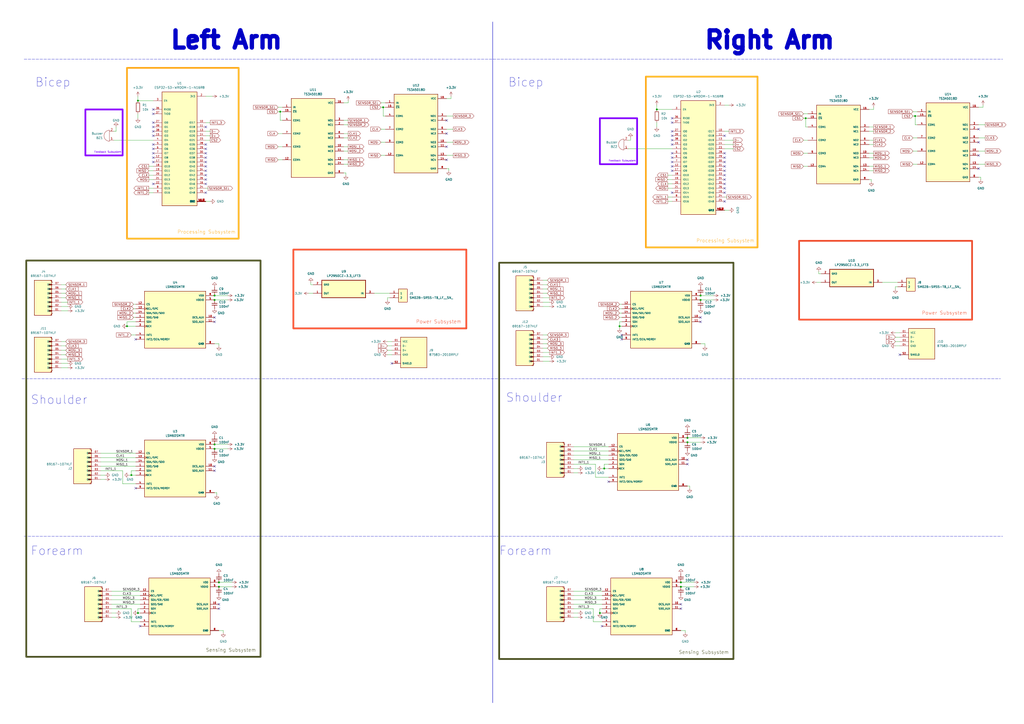
<source format=kicad_sch>
(kicad_sch (version 20230121) (generator eeschema)
  (paper "A2")
  (junction (at 222.25 62.23))
  (junction (at 406.4 171.45))
  (junction (at 381 63.5))
  (junction (at 73.66 189.23))
  (junction (at 394.97 340.36))
  (junction (at 124.46 260.35))
  (junction (at 80.01 355.6))
  (junction (at 162.56 64.77))
  (junction (at 80.01 58.42))
  (junction (at 124.46 257.81))
  (junction (at 359.41 189.23))
  (junction (at 398.78 254))
  (junction (at 350.52 271.78))
  (junction (at 124.46 173.99))
  (junction (at 127 340.36))
  (junction (at 124.46 171.45))
  (junction (at 406.4 173.99))
  (junction (at 127 337.82))
  (junction (at 398.78 256.54))
  (junction (at 467.36 68.58))
  (junction (at 76.2 275.59))
  (junction (at 394.97 337.82))
  (junction (at 347.98 355.6))
  (junction (at 530.86 67.31))
  (no_connect (at 420.37 101.6))
  (no_connect (at 389.89 93.98))
  (no_connect (at 88.9 93.98))
  (no_connect (at 394.97 350.52))
  (no_connect (at 398.78 269.24))
  (no_connect (at 88.9 83.82))
  (no_connect (at 119.38 106.68))
  (no_connect (at 88.9 86.36))
  (no_connect (at 259.08 85.09))
  (no_connect (at 119.38 96.52))
  (no_connect (at 389.89 78.74))
  (no_connect (at 420.37 109.22))
  (no_connect (at 420.37 88.9))
  (no_connect (at 420.37 93.98))
  (no_connect (at 389.89 81.28))
  (no_connect (at 420.37 91.44))
  (no_connect (at 398.78 266.7))
  (no_connect (at 420.37 111.76))
  (no_connect (at 389.89 68.58))
  (no_connect (at 420.37 104.14))
  (no_connect (at 521.97 205.74))
  (no_connect (at 124.46 184.15))
  (no_connect (at 567.69 97.79))
  (no_connect (at 127 350.52))
  (no_connect (at 78.74 196.85))
  (no_connect (at 88.9 76.2))
  (no_connect (at 389.89 96.52))
  (no_connect (at 119.38 91.44))
  (no_connect (at 389.89 91.44))
  (no_connect (at 420.37 106.68))
  (no_connect (at 88.9 63.5))
  (no_connect (at 389.89 76.2))
  (no_connect (at 389.89 88.9))
  (no_connect (at 88.9 73.66))
  (no_connect (at 88.9 91.44))
  (no_connect (at 420.37 96.52))
  (no_connect (at 88.9 78.74))
  (no_connect (at 389.89 83.82))
  (no_connect (at 119.38 93.98))
  (no_connect (at 119.38 88.9))
  (no_connect (at 567.69 74.93))
  (no_connect (at 406.4 186.69))
  (no_connect (at 119.38 111.76))
  (no_connect (at 124.46 270.51))
  (no_connect (at 88.9 106.68))
  (no_connect (at 389.89 99.06))
  (no_connect (at 81.28 363.22))
  (no_connect (at 124.46 273.05))
  (no_connect (at 567.69 82.55))
  (no_connect (at 88.9 88.9))
  (no_connect (at 360.68 194.31))
  (no_connect (at 259.08 69.85))
  (no_connect (at 259.08 77.47))
  (no_connect (at 88.9 71.12))
  (no_connect (at 420.37 116.84))
  (no_connect (at 420.37 78.74))
  (no_connect (at 124.46 186.69))
  (no_connect (at 353.06 279.4))
  (no_connect (at 119.38 99.06))
  (no_connect (at 119.38 101.6))
  (no_connect (at 420.37 99.06))
  (no_connect (at 394.97 353.06))
  (no_connect (at 88.9 66.04))
  (no_connect (at 389.89 71.12))
  (no_connect (at 119.38 104.14))
  (no_connect (at 406.4 184.15))
  (no_connect (at 78.74 283.21))
  (no_connect (at 119.38 83.82))
  (no_connect (at 259.08 92.71))
  (no_connect (at 349.25 363.22))
  (no_connect (at 567.69 90.17))
  (no_connect (at 389.89 111.76))
  (no_connect (at 227.33 210.82))
  (no_connect (at 360.68 196.85))
  (no_connect (at 127 353.06))
  (no_connect (at 119.38 73.66))
  (no_connect (at 119.38 86.36))
  (wire (pts (xy 466.09 81.28) (xy 468.63 81.28)))
  (wire (pts (xy 35.56 177.8) (xy 39.37 177.8)))
  (wire (pts (xy 530.86 72.39) (xy 532.13 72.39)))
  (wire (pts (xy 161.29 62.23) (xy 163.83 62.23)))
  (wire (pts (xy 504.19 88.9) (xy 506.73 88.9)))
  (wire (pts (xy 58.42 270.51) (xy 78.74 270.51)))
  (wire (pts (xy 567.69 80.01) (xy 571.5 80.01)))
  (wire (pts (xy 125.73 285.75) (xy 125.73 287.02)))
  (wire (pts (xy 567.69 87.63) (xy 571.5 87.63)))
  (wire (pts (xy 504.19 96.52) (xy 506.73 96.52)))
  (wire (pts (xy 529.59 67.31) (xy 530.86 67.31)))
  (wire (pts (xy 332.74 274.32) (xy 335.28 274.32)))
  (wire (pts (xy 420.37 60.96) (xy 422.91 60.96)))
  (wire (pts (xy 570.23 62.23) (xy 570.23 60.96)))
  (wire (pts (xy 567.69 72.39) (xy 571.5 72.39)))
  (wire (pts (xy 124.46 285.75) (xy 125.73 285.75)))
  (wire (pts (xy 199.39 80.01) (xy 201.93 80.01)))
  (wire (pts (xy 567.69 102.87) (xy 568.96 102.87)))
  (wire (pts (xy 314.96 209.55) (xy 318.77 209.55)))
  (wire (pts (xy 77.47 184.15) (xy 78.74 184.15)))
  (wire (pts (xy 398.78 281.94) (xy 400.05 281.94)))
  (wire (pts (xy 71.12 273.05) (xy 71.12 280.67)))
  (wire (pts (xy 345.44 276.86) (xy 353.06 276.86)))
  (wire (pts (xy 314.96 201.93) (xy 317.5 201.93)))
  (wire (pts (xy 511.81 163.83) (xy 520.7 163.83)))
  (wire (pts (xy 199.39 72.39) (xy 201.93 72.39)))
  (wire (pts (xy 119.38 71.12) (xy 121.92 71.12)))
  (wire (pts (xy 387.35 116.84) (xy 389.89 116.84)))
  (wire (pts (xy 359.41 190.5) (xy 359.41 189.23)))
  (wire (pts (xy 80.01 55.88) (xy 80.01 58.42)))
  (wire (pts (xy 261.62 57.15) (xy 261.62 55.88)))
  (wire (pts (xy 530.86 67.31) (xy 532.13 67.31)))
  (wire (pts (xy 73.66 189.23) (xy 78.74 189.23)))
  (wire (pts (xy 420.37 83.82) (xy 425.45 83.82)))
  (wire (pts (xy 86.36 99.06) (xy 88.9 99.06)))
  (wire (pts (xy 332.74 271.78) (xy 335.28 271.78)))
  (wire (pts (xy 220.98 59.69) (xy 223.52 59.69)))
  (wire (pts (xy 64.77 345.44) (xy 81.28 345.44)))
  (wire (pts (xy 260.35 97.79) (xy 260.35 99.06)))
  (wire (pts (xy 347.98 355.6) (xy 347.98 353.06)))
  (wire (pts (xy 314.96 194.31) (xy 317.5 194.31)))
  (wire (pts (xy 66.04 81.28) (xy 88.9 81.28)))
  (wire (pts (xy 35.56 172.72) (xy 38.1 172.72)))
  (wire (pts (xy 467.36 68.58) (xy 468.63 68.58)))
  (wire (pts (xy 359.41 179.07) (xy 360.68 179.07)))
  (wire (pts (xy 466.09 66.04) (xy 468.63 66.04)))
  (wire (pts (xy 519.43 200.66) (xy 521.97 200.66)))
  (wire (pts (xy 519.43 167.64) (xy 519.43 166.37)))
  (wire (pts (xy 406.4 171.45) (xy 414.02 171.45)))
  (wire (pts (xy 476.25 158.75) (xy 474.98 158.75)))
  (wire (pts (xy 394.97 340.36) (xy 402.59 340.36)))
  (wire (pts (xy 58.42 267.97) (xy 78.74 267.97)))
  (wire (pts (xy 64.77 353.06) (xy 76.2 353.06)))
  (wire (pts (xy 35.56 205.74) (xy 38.1 205.74)))
  (wire (pts (xy 35.56 200.66) (xy 38.1 200.66)))
  (wire (pts (xy 347.98 355.6) (xy 349.25 355.6)))
  (wire (pts (xy 58.42 262.89) (xy 78.74 262.89)))
  (wire (pts (xy 467.36 73.66) (xy 468.63 73.66)))
  (wire (pts (xy 505.46 104.14) (xy 505.46 105.41)))
  (wire (pts (xy 199.39 95.25) (xy 201.93 95.25)))
  (wire (pts (xy 345.44 269.24) (xy 345.44 276.86)))
  (wire (pts (xy 35.56 198.12) (xy 38.1 198.12)))
  (wire (pts (xy 217.17 170.18) (xy 226.06 170.18)))
  (wire (pts (xy 314.96 162.56) (xy 317.5 162.56)))
  (wire (pts (xy 387.35 101.6) (xy 389.89 101.6)))
  (wire (pts (xy 314.96 204.47) (xy 318.77 204.47)))
  (wire (pts (xy 332.74 269.24) (xy 345.44 269.24)))
  (wire (pts (xy 58.42 275.59) (xy 60.96 275.59)))
  (polyline (pts (xy 13.97 311.15) (xy 581.66 311.15)) (stroke (width 0) (type dash)))
  (wire (pts (xy 199.39 59.69) (xy 201.93 59.69)))
  (wire (pts (xy 161.29 77.47) (xy 163.83 77.47)))
  (wire (pts (xy 78.74 273.05) (xy 76.2 273.05)))
  (wire (pts (xy 64.77 355.6) (xy 67.31 355.6)))
  (wire (pts (xy 347.98 353.06) (xy 349.25 353.06)))
  (wire (pts (xy 224.79 172.72) (xy 224.79 173.99)))
  (wire (pts (xy 504.19 63.5) (xy 506.73 63.5)))
  (wire (pts (xy 120.65 109.22) (xy 119.38 109.22)))
  (wire (pts (xy 504.19 83.82) (xy 506.73 83.82)))
  (wire (pts (xy 406.4 173.99) (xy 414.02 173.99)))
  (wire (pts (xy 332.74 355.6) (xy 335.28 355.6)))
  (wire (pts (xy 199.39 100.33) (xy 200.66 100.33)))
  (wire (pts (xy 466.09 68.58) (xy 467.36 68.58)))
  (wire (pts (xy 259.08 57.15) (xy 261.62 57.15)))
  (wire (pts (xy 466.09 88.9) (xy 468.63 88.9)))
  (wire (pts (xy 381 60.96) (xy 381 63.5)))
  (wire (pts (xy 58.42 265.43) (xy 78.74 265.43)))
  (wire (pts (xy 420.37 81.28) (xy 425.45 81.28)))
  (wire (pts (xy 314.96 199.39) (xy 317.5 199.39)))
  (wire (pts (xy 124.46 260.35) (xy 132.08 260.35)))
  (wire (pts (xy 58.42 278.13) (xy 60.96 278.13)))
  (wire (pts (xy 397.51 365.76) (xy 397.51 367.03)))
  (wire (pts (xy 567.69 95.25) (xy 571.5 95.25)))
  (wire (pts (xy 332.74 350.52) (xy 349.25 350.52)))
  (wire (pts (xy 127 340.36) (xy 134.62 340.36)))
  (wire (pts (xy 314.96 196.85) (xy 317.5 196.85)))
  (wire (pts (xy 35.56 213.36) (xy 39.37 213.36)))
  (wire (pts (xy 181.61 165.1) (xy 180.34 165.1)))
  (wire (pts (xy 76.2 194.31) (xy 78.74 194.31)))
  (wire (pts (xy 365.76 80.01) (xy 365.76 81.28)))
  (wire (pts (xy 420.37 86.36) (xy 425.45 86.36)))
  (wire (pts (xy 199.39 77.47) (xy 201.93 77.47)))
  (wire (pts (xy 86.36 104.14) (xy 88.9 104.14)))
  (wire (pts (xy 473.71 163.83) (xy 476.25 163.83)))
  (wire (pts (xy 519.43 193.04) (xy 521.97 193.04)))
  (wire (pts (xy 64.77 347.98) (xy 81.28 347.98)))
  (wire (pts (xy 332.74 347.98) (xy 349.25 347.98)))
  (wire (pts (xy 161.29 85.09) (xy 163.83 85.09)))
  (wire (pts (xy 529.59 95.25) (xy 532.13 95.25)))
  (wire (pts (xy 420.37 76.2) (xy 422.91 76.2)))
  (wire (pts (xy 365.76 81.28) (xy 364.49 81.28)))
  (wire (pts (xy 74.93 275.59) (xy 76.2 275.59)))
  (wire (pts (xy 124.46 257.81) (xy 132.08 257.81)))
  (wire (pts (xy 119.38 76.2) (xy 121.92 76.2)))
  (wire (pts (xy 359.41 176.53) (xy 360.68 176.53)))
  (wire (pts (xy 530.86 67.31) (xy 530.86 72.39)))
  (wire (pts (xy 64.77 358.14) (xy 67.31 358.14)))
  (wire (pts (xy 199.39 85.09) (xy 201.93 85.09)))
  (wire (pts (xy 80.01 355.6) (xy 81.28 355.6)))
  (wire (pts (xy 80.01 58.42) (xy 88.9 58.42)))
  (wire (pts (xy 222.25 62.23) (xy 223.52 62.23)))
  (wire (pts (xy 224.79 200.66) (xy 227.33 200.66)))
  (wire (pts (xy 76.2 273.05) (xy 76.2 275.59)))
  (wire (pts (xy 67.31 73.66) (xy 67.31 76.2)))
  (wire (pts (xy 567.69 62.23) (xy 570.23 62.23)))
  (polyline (pts (xy 285.75 12.7) (xy 285.75 407.67)))
  (wire (pts (xy 77.47 179.07) (xy 78.74 179.07)))
  (wire (pts (xy 76.2 353.06) (xy 76.2 360.68)))
  (wire (pts (xy 332.74 266.7) (xy 353.06 266.7)))
  (wire (pts (xy 35.56 210.82) (xy 39.37 210.82)))
  (wire (pts (xy 129.54 365.76) (xy 129.54 367.03)))
  (wire (pts (xy 314.96 170.18) (xy 317.5 170.18)))
  (wire (pts (xy 124.46 173.99) (xy 132.08 173.99)))
  (wire (pts (xy 119.38 55.88) (xy 123.19 55.88)))
  (wire (pts (xy 406.4 199.39) (xy 408.94 199.39)))
  (wire (pts (xy 359.41 184.15) (xy 360.68 184.15)))
  (wire (pts (xy 529.59 87.63) (xy 532.13 87.63)))
  (wire (pts (xy 71.12 280.67) (xy 78.74 280.67)))
  (wire (pts (xy 387.35 114.3) (xy 389.89 114.3)))
  (wire (pts (xy 360.68 186.69) (xy 359.41 186.69)))
  (wire (pts (xy 519.43 198.12) (xy 521.97 198.12)))
  (wire (pts (xy 344.17 353.06) (xy 344.17 360.68)))
  (wire (pts (xy 259.08 67.31) (xy 262.89 67.31)))
  (wire (pts (xy 200.66 100.33) (xy 200.66 101.6)))
  (wire (pts (xy 35.56 175.26) (xy 39.37 175.26)))
  (wire (pts (xy 161.29 64.77) (xy 162.56 64.77)))
  (wire (pts (xy 80.01 355.6) (xy 80.01 353.06)))
  (wire (pts (xy 332.74 264.16) (xy 353.06 264.16)))
  (wire (pts (xy 220.98 90.17) (xy 223.52 90.17)))
  (wire (pts (xy 259.08 97.79) (xy 260.35 97.79)))
  (wire (pts (xy 180.34 165.1) (xy 180.34 163.83)))
  (wire (pts (xy 474.98 158.75) (xy 474.98 157.48)))
  (wire (pts (xy 119.38 116.84) (xy 121.92 116.84)))
  (wire (pts (xy 332.74 345.44) (xy 349.25 345.44)))
  (wire (pts (xy 332.74 353.06) (xy 344.17 353.06)))
  (wire (pts (xy 504.19 73.66) (xy 506.73 73.66)))
  (wire (pts (xy 119.38 78.74) (xy 121.92 78.74)))
  (wire (pts (xy 222.25 67.31) (xy 223.52 67.31)))
  (wire (pts (xy 124.46 199.39) (xy 127 199.39)))
  (wire (pts (xy 332.74 342.9) (xy 349.25 342.9)))
  (polyline (pts (xy 12.7 219.71) (xy 580.39 219.71)) (stroke (width 0) (type dash)))
  (wire (pts (xy 332.74 261.62) (xy 353.06 261.62)))
  (wire (pts (xy 127 365.76) (xy 129.54 365.76)))
  (wire (pts (xy 400.05 281.94) (xy 400.05 283.21)))
  (wire (pts (xy 201.93 59.69) (xy 201.93 58.42)))
  (wire (pts (xy 58.42 273.05) (xy 71.12 273.05)))
  (wire (pts (xy 381 63.5) (xy 389.89 63.5)))
  (wire (pts (xy 119.38 81.28) (xy 121.92 81.28)))
  (wire (pts (xy 421.64 114.3) (xy 420.37 114.3)))
  (wire (pts (xy 76.2 275.59) (xy 78.74 275.59)))
  (wire (pts (xy 398.78 256.54) (xy 406.4 256.54)))
  (wire (pts (xy 314.96 172.72) (xy 318.77 172.72)))
  (wire (pts (xy 76.2 360.68) (xy 81.28 360.68)))
  (wire (pts (xy 504.19 81.28) (xy 506.73 81.28)))
  (polyline (pts (xy 13.97 34.29) (xy 581.66 34.29)) (stroke (width 0) (type dash)))
  (wire (pts (xy 220.98 74.93) (xy 223.52 74.93)))
  (wire (pts (xy 86.36 109.22) (xy 88.9 109.22)))
  (wire (pts (xy 86.36 96.52) (xy 88.9 96.52)))
  (wire (pts (xy 344.17 360.68) (xy 349.25 360.68)))
  (wire (pts (xy 222.25 62.23) (xy 222.25 67.31)))
  (wire (pts (xy 350.52 269.24) (xy 350.52 271.78)))
  (wire (pts (xy 467.36 68.58) (xy 467.36 73.66)))
  (wire (pts (xy 259.08 82.55) (xy 262.89 82.55)))
  (wire (pts (xy 224.79 198.12) (xy 227.33 198.12)))
  (wire (pts (xy 364.49 86.36) (xy 389.89 86.36)))
  (wire (pts (xy 35.56 203.2) (xy 38.1 203.2)))
  (wire (pts (xy 394.97 337.82) (xy 402.59 337.82)))
  (wire (pts (xy 73.66 186.69) (xy 73.66 189.23)))
  (wire (pts (xy 359.41 189.23) (xy 360.68 189.23)))
  (wire (pts (xy 67.31 76.2) (xy 66.04 76.2)))
  (wire (pts (xy 314.96 165.1) (xy 317.5 165.1)))
  (wire (pts (xy 35.56 170.18) (xy 38.1 170.18)))
  (wire (pts (xy 529.59 64.77) (xy 532.13 64.77)))
  (wire (pts (xy 314.96 207.01) (xy 318.77 207.01)))
  (wire (pts (xy 220.98 82.55) (xy 223.52 82.55)))
  (wire (pts (xy 504.19 91.44) (xy 506.73 91.44)))
  (wire (pts (xy 78.74 186.69) (xy 73.66 186.69)))
  (wire (pts (xy 199.39 87.63) (xy 201.93 87.63)))
  (wire (pts (xy 568.96 102.87) (xy 568.96 104.14)))
  (wire (pts (xy 77.47 176.53) (xy 78.74 176.53)))
  (wire (pts (xy 394.97 365.76) (xy 397.51 365.76)))
  (wire (pts (xy 350.52 271.78) (xy 353.06 271.78)))
  (wire (pts (xy 359.41 186.69) (xy 359.41 189.23)))
  (polyline (pts (xy 285.75 12.7) (xy 285.75 407.67)))
  (wire (pts (xy 35.56 208.28) (xy 39.37 208.28)))
  (wire (pts (xy 162.56 64.77) (xy 162.56 69.85)))
  (wire (pts (xy 80.01 66.04) (xy 80.01 68.58)))
  (wire (pts (xy 161.29 92.71) (xy 163.83 92.71)))
  (wire (pts (xy 64.77 350.52) (xy 81.28 350.52)))
  (wire (pts (xy 179.07 170.18) (xy 181.61 170.18)))
  (wire (pts (xy 387.35 104.14) (xy 389.89 104.14)))
  (wire (pts (xy 353.06 269.24) (xy 350.52 269.24)))
  (wire (pts (xy 398.78 254) (xy 406.4 254)))
  (wire (pts (xy 35.56 180.34) (xy 39.37 180.34)))
  (wire (pts (xy 381 71.12) (xy 381 73.66)))
  (wire (pts (xy 466.09 96.52) (xy 468.63 96.52)))
  (wire (pts (xy 64.77 342.9) (xy 81.28 342.9)))
  (wire (pts (xy 199.39 69.85) (xy 201.93 69.85)))
  (wire (pts (xy 420.37 121.92) (xy 422.91 121.92)))
  (wire (pts (xy 504.19 76.2) (xy 506.73 76.2)))
  (wire (pts (xy 529.59 80.01) (xy 532.13 80.01)))
  (wire (pts (xy 127 337.82) (xy 134.62 337.82)))
  (wire (pts (xy 349.25 271.78) (xy 350.52 271.78)))
  (wire (pts (xy 314.96 175.26) (xy 318.77 175.26)))
  (wire (pts (xy 259.08 74.93) (xy 262.89 74.93)))
  (wire (pts (xy 314.96 167.64) (xy 317.5 167.64)))
  (wire (pts (xy 359.41 181.61) (xy 360.68 181.61)))
  (wire (pts (xy 162.56 64.77) (xy 163.83 64.77)))
  (wire (pts (xy 86.36 101.6) (xy 88.9 101.6)))
  (wire (pts (xy 519.43 166.37) (xy 520.7 166.37)))
  (wire (pts (xy 504.19 104.14) (xy 505.46 104.14)))
  (wire (pts (xy 80.01 353.06) (xy 81.28 353.06)))
  (wire (pts (xy 332.74 259.08) (xy 353.06 259.08)))
  (wire (pts (xy 387.35 106.68) (xy 389.89 106.68)))
  (wire (pts (xy 224.79 203.2) (xy 227.33 203.2)))
  (wire (pts (xy 124.46 171.45) (xy 132.08 171.45)))
  (wire (pts (xy 506.73 63.5) (xy 506.73 62.23)))
  (wire (pts (xy 127 199.39) (xy 127 200.66)))
  (wire (pts (xy 199.39 92.71) (xy 201.93 92.71)))
  (wire (pts (xy 77.47 181.61) (xy 78.74 181.61)))
  (wire (pts (xy 220.98 62.23) (xy 222.25 62.23)))
  (wire (pts (xy 86.36 111.76) (xy 88.9 111.76)))
  (wire (pts (xy 35.56 167.64) (xy 38.1 167.64)))
  (wire (pts (xy 408.94 199.39) (xy 408.94 200.66)))
  (wire (pts (xy 314.96 177.8) (xy 318.77 177.8)))
  (wire (pts (xy 226.06 172.72) (xy 224.79 172.72)))
  (wire (pts (xy 332.74 358.14) (xy 335.28 358.14)))
  (wire (pts (xy 35.56 165.1) (xy 38.1 165.1)))
  (wire (pts (xy 504.19 99.06) (xy 506.73 99.06)))
  (wire (pts (xy 224.79 205.74) (xy 227.33 205.74)))
  (wire (pts (xy 162.56 69.85) (xy 163.83 69.85)))
  (wire (pts (xy 519.43 195.58) (xy 521.97 195.58)))
  (wire (pts (xy 259.08 90.17) (xy 262.89 90.17)))
  (wire (pts (xy 387.35 109.22) (xy 389.89 109.22)))
  (rectangle (start 289.56 152.4) (end 425.45 382.27) (stroke (width 1) (color 69 75 27 1)))
  (rectangle (start 463.55 139.7) (end 563.88 185.42) (stroke (width 1) (color 238 75 43 1)))
  (rectangle (start 374.65 44.45) (end 439.42 143.51) (stroke (width 1) (color 255 172 28 1)))
  (rectangle (start 73.66 39.37) (end 138.43 138.43) (stroke (width 1) (color 255 172 28 1)))
  (rectangle (start 49.53 63.5) (end 71.12 90.17) (stroke (width 1) (color 127 0 255 1)))
  (rectangle (start 347.98 68.58) (end 369.57 95.25) (stroke (width 1) (color 127 0 255 1)))
  (rectangle (start 15.24 151.13) (end 151.13 381) (stroke (width 1) (color 69 75 27 1)))
  (rectangle (start 170.18 144.78) (end 270.51 190.5) (stroke (width 1) (color 238 75 43 1)))
  (text "Processing Subsystem" (at 102.87 135.89 0) (effects (font (size 2 2)) (justify left bottom)))
  (text "Sensing Subsystem" (at 119.38 378.46 0) (effects (font (size 2 2)) (justify left bottom)))
  (text "Forearm" (at 289.56 322.58 0) (effects (font (size 5 5)) (justify left bottom)))
  (text "Shoulder" (at 17.78 234.95 0) (effects (font (size 5 5)) (justify left bottom)))
  (text "Forearm" (at 17.78 322.58 0) (effects (font (size 5 5)) (justify left bottom)))
  (text "Processing Subsystem" (at 403.86 140.97 0) (effects (font (size 2 2)) (justify left bottom)))
  (text "Bicep" (at 294.64 50.8 0) (effects (font (size 5 5)) (justify left bottom)))
  (text "Bicep" (at 20.32 50.8 0) (effects (font (size 5 5)) (justify left bottom)))
  (text "Left Arm" (at 97.79 29.21 0) (effects (font (size 10 10) (thickness 3) bold) (justify left bottom)))
  (text "Sensing Subsystem" (at 393.7 379.73 0) (effects (font (size 2 2)) (justify left bottom)))
  (text "Feedback Subsystem" (at 353.06 93.98 0) (effects (font (size 1 1)) (justify left bottom)))
  (text "Feedback Subsystem" (at 54.61 88.9 0) (effects (font (size 1 1)) (justify left bottom)))
  (text "Shoulder" (at 293.37 233.68 0) (effects (font (size 5 5)) (justify left bottom)))
  (text "Power Subsystem" (at 241.3 187.96 0) (effects (font (size 2 2)) (justify left bottom)))
  (text "Right Arm" (at 407.67 29.21 0) (effects (font (size 10 10) (thickness 3) bold) (justify left bottom)))
  (text "Power Subsystem" (at 534.67 182.88 0) (effects (font (size 2 2)) (justify left bottom)))
  (label "MISO_3" (at 339.09 350.52 0))
  (label "SENSOR_1" (at 67.31 262.89 0))
  (label "MISO_3" (at 71.12 350.52 0))
  (label "MOSI_3" (at 339.09 347.98 0))
  (label "SENSOR_3" (at 71.12 342.9 0))
  (label "INT1_3" (at 335.28 353.06 0))
  (label "INT1_1" (at 60.96 273.05 0))
  (label "MOSI_1" (at 67.31 267.97 0))
  (label "CLK3" (at 339.09 345.44 0))
  (label "SENSOR_3" (at 339.09 342.9 0))
  (label "MOSI_3" (at 71.12 347.98 0))
  (label "MOSI_1" (at 341.63 264.16 0))
  (label "INT1_3" (at 67.31 353.06 0))
  (label "SENSOR_1" (at 341.63 259.08 0))
  (label "INT1_1" (at 335.28 269.24 0))
  (label "CLK1" (at 67.31 265.43 0))
  (label "CLK1" (at 341.63 261.62 0))
  (label "CLK3" (at 71.12 345.44 0))
  (label "MISO_1" (at 341.63 266.7 0))
  (label "MISO_1" (at 67.31 270.51 0))
  (global_label "D-" (shape input) (at 519.43 195.58 180) (property "Intersheetrefs" "${INTERSHEET_REFS}" (effects hide)))
  (global_label "CS2" (shape output) (at 121.92 81.28 0) (property "Intersheetrefs" "${INTERSHEET_REFS}" (effects hide)))
  (global_label "MOSI_3" (shape input) (at 38.1 203.2 0) (property "Intersheetrefs" "${INTERSHEET_REFS}" (effects hide)))
  (global_label "SENSOR_SEL" (shape input) (at 220.98 59.69 180) (property "Intersheetrefs" "${INTERSHEET_REFS}" (effects hide)))
  (global_label "MOSI" (shape input) (at 220.98 82.55 180) (property "Intersheetrefs" "${INTERSHEET_REFS}" (effects hide)))
  (global_label "CLK" (shape input) (at 529.59 80.01 180) (property "Intersheetrefs" "${INTERSHEET_REFS}" (effects hide)))
  (global_label "CS2" (shape input) (at 220.98 62.23 180) (property "Intersheetrefs" "${INTERSHEET_REFS}" (effects hide)))
  (global_label "D+" (shape output) (at 121.92 78.74 0) (property "Intersheetrefs" "${INTERSHEET_REFS}" (effects hide)))
  (global_label "CLK2" (shape output) (at 201.93 80.01 0) (property "Intersheetrefs" "${INTERSHEET_REFS}" (effects hide)))
  (global_label "MOSI_3" (shape input) (at 317.5 199.39 0) (property "Intersheetrefs" "${INTERSHEET_REFS}" (effects hide)))
  (global_label "CLK" (shape input) (at 161.29 77.47 180) (property "Intersheetrefs" "${INTERSHEET_REFS}" (effects hide)))
  (global_label "MISO_1" (shape output) (at 201.93 92.71 0) (property "Intersheetrefs" "${INTERSHEET_REFS}" (effects hide)))
  (global_label "MISO_1" (shape output) (at 506.73 96.52 0) (property "Intersheetrefs" "${INTERSHEET_REFS}" (effects hide)))
  (global_label "SENSOR_3" (shape output) (at 262.89 67.31 0) (property "Intersheetrefs" "${INTERSHEET_REFS}" (effects hide)))
  (global_label "CLK2" (shape input) (at 77.47 179.07 180) (property "Intersheetrefs" "${INTERSHEET_REFS}" (effects hide)))
  (global_label "MOSI_3" (shape output) (at 571.5 87.63 0) (property "Intersheetrefs" "${INTERSHEET_REFS}" (effects hide)))
  (global_label "MOSI_3" (shape output) (at 262.89 82.55 0) (property "Intersheetrefs" "${INTERSHEET_REFS}" (effects hide)))
  (global_label "CS1" (shape output) (at 86.36 96.52 180) (property "Intersheetrefs" "${INTERSHEET_REFS}" (effects hide)))
  (global_label "MOSI" (shape output) (at 86.36 104.14 180) (property "Intersheetrefs" "${INTERSHEET_REFS}" (effects hide)))
  (global_label "D-" (shape output) (at 121.92 76.2 0) (property "Intersheetrefs" "${INTERSHEET_REFS}" (effects hide)))
  (global_label "SENSOR_1" (shape input) (at 317.5 162.56 0) (property "Intersheetrefs" "${INTERSHEET_REFS}" (effects hide)))
  (global_label "MISO_3" (shape output) (at 571.5 95.25 0) (property "Intersheetrefs" "${INTERSHEET_REFS}" (effects hide)))
  (global_label "CS2" (shape input) (at 529.59 67.31 180) (property "Intersheetrefs" "${INTERSHEET_REFS}" (effects hide)))
  (global_label "INT1_1" (shape output) (at 387.35 114.3 180) (property "Intersheetrefs" "${INTERSHEET_REFS}" (effects hide)))
  (global_label "CLK1" (shape output) (at 201.93 77.47 0) (property "Intersheetrefs" "${INTERSHEET_REFS}" (effects hide)))
  (global_label "MOSI_1" (shape input) (at 317.5 167.64 0) (property "Intersheetrefs" "${INTERSHEET_REFS}" (effects hide)))
  (global_label "MOSI" (shape output) (at 387.35 109.22 180) (property "Intersheetrefs" "${INTERSHEET_REFS}" (effects hide)))
  (global_label "MOSI_1" (shape input) (at 38.1 170.18 0) (property "Intersheetrefs" "${INTERSHEET_REFS}" (effects hide)))
  (global_label "MOSI_2" (shape input) (at 77.47 181.61 180) (property "Intersheetrefs" "${INTERSHEET_REFS}" (effects hide)))
  (global_label "CLK3" (shape input) (at 317.5 196.85 0) (property "Intersheetrefs" "${INTERSHEET_REFS}" (effects hide)))
  (global_label "MOSI_2" (shape input) (at 359.41 181.61 180) (property "Intersheetrefs" "${INTERSHEET_REFS}" (effects hide)))
  (global_label "SENSOR_3" (shape output) (at 571.5 72.39 0) (property "Intersheetrefs" "${INTERSHEET_REFS}" (effects hide)))
  (global_label "SENSOR_3" (shape input) (at 317.5 194.31 0) (property "Intersheetrefs" "${INTERSHEET_REFS}" (effects hide)))
  (global_label "MISO_2" (shape input) (at 77.47 184.15 180) (property "Intersheetrefs" "${INTERSHEET_REFS}" (effects hide)))
  (global_label "SENSOR_SEL" (shape output) (at 421.64 114.3 0) (property "Intersheetrefs" "${INTERSHEET_REFS}" (effects hide)))
  (global_label "CLK1" (shape input) (at 38.1 167.64 0) (property "Intersheetrefs" "${INTERSHEET_REFS}" (effects hide)))
  (global_label "MISO_2" (shape output) (at 201.93 95.25 0) (property "Intersheetrefs" "${INTERSHEET_REFS}" (effects hide)))
  (global_label "INT1_2" (shape output) (at 86.36 111.76 180) (property "Intersheetrefs" "${INTERSHEET_REFS}" (effects hide)))
  (global_label "MOSI" (shape input) (at 466.09 88.9 180) (property "Intersheetrefs" "${INTERSHEET_REFS}" (effects hide)))
  (global_label "MISO_3" (shape input) (at 317.5 201.93 0) (property "Intersheetrefs" "${INTERSHEET_REFS}" (effects hide)))
  (global_label "INT1_3" (shape output) (at 39.37 208.28 0) (property "Intersheetrefs" "${INTERSHEET_REFS}" (effects hide)))
  (global_label "CLK" (shape input) (at 220.98 74.93 180) (property "Intersheetrefs" "${INTERSHEET_REFS}" (effects hide)))
  (global_label "D-" (shape input) (at 224.79 200.66 180) (property "Intersheetrefs" "${INTERSHEET_REFS}" (effects hide)))
  (global_label "MISO" (shape input) (at 86.36 99.06 180) (property "Intersheetrefs" "${INTERSHEET_REFS}" (effects hide)))
  (global_label "MISO" (shape input) (at 466.09 96.52 180) (property "Intersheetrefs" "${INTERSHEET_REFS}" (effects hide)))
  (global_label "MISO" (shape input) (at 220.98 90.17 180) (property "Intersheetrefs" "${INTERSHEET_REFS}" (effects hide)))
  (global_label "INT1_1" (shape output) (at 318.77 172.72 0) (property "Intersheetrefs" "${INTERSHEET_REFS}" (effects hide)))
  (global_label "D+" (shape input) (at 224.79 203.2 180) (property "Intersheetrefs" "${INTERSHEET_REFS}" (effects hide)))
  (global_label "SENSOR_2" (shape output) (at 506.73 76.2 0) (property "Intersheetrefs" "${INTERSHEET_REFS}" (effects hide)))
  (global_label "SENSOR_SEL" (shape input) (at 466.09 66.04 180) (property "Intersheetrefs" "${INTERSHEET_REFS}" (effects hide)))
  (global_label "MOSI_2" (shape output) (at 201.93 87.63 0) (property "Intersheetrefs" "${INTERSHEET_REFS}" (effects hide)))
  (global_label "D+" (shape output) (at 425.45 83.82 0) (property "Intersheetrefs" "${INTERSHEET_REFS}" (effects hide)))
  (global_label "INT1_1" (shape output) (at 39.37 175.26 0) (property "Intersheetrefs" "${INTERSHEET_REFS}" (effects hide)))
  (global_label "MISO" (shape input) (at 529.59 95.25 180) (property "Intersheetrefs" "${INTERSHEET_REFS}" (effects hide)))
  (global_label "SENSOR_1" (shape output) (at 201.93 69.85 0) (property "Intersheetrefs" "${INTERSHEET_REFS}" (effects hide)))
  (global_label "MISO_3" (shape input) (at 38.1 205.74 0) (property "Intersheetrefs" "${INTERSHEET_REFS}" (effects hide)))
  (global_label "SENSOR_SEL" (shape input) (at 529.59 64.77 180) (property "Intersheetrefs" "${INTERSHEET_REFS}" (effects hide)))
  (global_label "CS1" (shape input) (at 161.29 64.77 180) (property "Intersheetrefs" "${INTERSHEET_REFS}" (effects hide)))
  (global_label "CLK" (shape output) (at 387.35 106.68 180) (property "Intersheetrefs" "${INTERSHEET_REFS}" (effects hide)))
  (global_label "CS1" (shape output) (at 387.35 101.6 180) (property "Intersheetrefs" "${INTERSHEET_REFS}" (effects hide)))
  (global_label "INT1_2" (shape input) (at 76.2 194.31 180) (property "Intersheetrefs" "${INTERSHEET_REFS}" (effects hide)))
  (global_label "SENSOR_1" (shape output) (at 506.73 73.66 0) (property "Intersheetrefs" "${INTERSHEET_REFS}" (effects hide)))
  (global_label "CLK3" (shape output) (at 571.5 80.01 0) (property "Intersheetrefs" "${INTERSHEET_REFS}" (effects hide)))
  (global_label "SENSOR_SEL" (shape input) (at 161.29 62.23 180) (property "Intersheetrefs" "${INTERSHEET_REFS}" (effects hide)))
  (global_label "SENSOR_SEL" (shape output) (at 120.65 109.22 0) (property "Intersheetrefs" "${INTERSHEET_REFS}" (effects hide)))
  (global_label "INT1_3" (shape output) (at 121.92 71.12 0) (property "Intersheetrefs" "${INTERSHEET_REFS}" (effects hide)))
  (global_label "SENSOR_1" (shape input) (at 38.1 165.1 0) (property "Intersheetrefs" "${INTERSHEET_REFS}" (effects hide)))
  (global_label "INT1_3" (shape output) (at 422.91 76.2 0) (property "Intersheetrefs" "${INTERSHEET_REFS}" (effects hide)))
  (global_label "MOSI" (shape input) (at 529.59 87.63 180) (property "Intersheetrefs" "${INTERSHEET_REFS}" (effects hide)))
  (global_label "MISO_3" (shape output) (at 262.89 90.17 0) (property "Intersheetrefs" "${INTERSHEET_REFS}" (effects hide)))
  (global_label "MOSI_1" (shape output) (at 201.93 85.09 0) (property "Intersheetrefs" "${INTERSHEET_REFS}" (effects hide)))
  (global_label "MOSI_1" (shape output) (at 506.73 88.9 0) (property "Intersheetrefs" "${INTERSHEET_REFS}" (effects hide)))
  (global_label "CLK2" (shape input) (at 359.41 179.07 180) (property "Intersheetrefs" "${INTERSHEET_REFS}" (effects hide)))
  (global_label "SENSOR_2" (shape input) (at 359.41 176.53 180) (property "Intersheetrefs" "${INTERSHEET_REFS}" (effects hide)))
  (global_label "INT1_2" (shape output) (at 387.35 116.84 180) (property "Intersheetrefs" "${INTERSHEET_REFS}" (effects hide)))
  (global_label "D+" (shape input) (at 519.43 198.12 180) (property "Intersheetrefs" "${INTERSHEET_REFS}" (effects hide)))
  (global_label "SENSOR_2" (shape input) (at 77.47 176.53 180) (property "Intersheetrefs" "${INTERSHEET_REFS}" (effects hide)))
  (global_label "MISO" (shape input) (at 387.35 104.14 180) (property "Intersheetrefs" "${INTERSHEET_REFS}" (effects hide)))
  (global_label "MOSI" (shape input) (at 161.29 85.09 180) (property "Intersheetrefs" "${INTERSHEET_REFS}" (effects hide)))
  (global_label "MISO_2" (shape input) (at 359.41 184.15 180) (property "Intersheetrefs" "${INTERSHEET_REFS}" (effects hide)))
  (global_label "MISO" (shape input) (at 161.29 92.71 180) (property "Intersheetrefs" "${INTERSHEET_REFS}" (effects hide)))
  (global_label "CS2" (shape output) (at 425.45 86.36 0) (property "Intersheetrefs" "${INTERSHEET_REFS}" (effects hide)))
  (global_label "INT1_1" (shape output) (at 86.36 109.22 180) (property "Intersheetrefs" "${INTERSHEET_REFS}" (effects hide)))
  (global_label "CLK" (shape input) (at 466.09 81.28 180) (property "Intersheetrefs" "${INTERSHEET_REFS}" (effects hide)))
  (global_label "CS1" (shape input) (at 466.09 68.58 180) (property "Intersheetrefs" "${INTERSHEET_REFS}" (effects hide)))
  (global_label "MISO_2" (shape output) (at 506.73 99.06 0) (property "Intersheetrefs" "${INTERSHEET_REFS}" (effects hide)))
  (global_label "MISO_1" (shape input) (at 38.1 172.72 0) (property "Intersheetrefs" "${INTERSHEET_REFS}" (effects hide)))
  (global_label "CLK3" (shape output) (at 262.89 74.93 0) (property "Intersheetrefs" "${INTERSHEET_REFS}" (effects hide)))
  (global_label "CLK1" (shape output) (at 506.73 81.28 0) (property "Intersheetrefs" "${INTERSHEET_REFS}" (effects hide)))
  (global_label "SENSOR_3" (shape input) (at 38.1 198.12 0) (property "Intersheetrefs" "${INTERSHEET_REFS}" (effects hide)))
  (global_label "MISO_1" (shape input) (at 317.5 170.18 0) (property "Intersheetrefs" "${INTERSHEET_REFS}" (effects hide)))
  (global_label "SENSOR_2" (shape output) (at 201.93 72.39 0) (property "Intersheetrefs" "${INTERSHEET_REFS}" (effects hide)))
  (global_label "CLK" (shape output) (at 86.36 101.6 180) (property "Intersheetrefs" "${INTERSHEET_REFS}" (effects hide)))
  (global_label "INT1_3" (shape output) (at 318.77 204.47 0) (property "Intersheetrefs" "${INTERSHEET_REFS}" (effects hide)))
  (global_label "CLK3" (shape input) (at 38.1 200.66 0) (property "Intersheetrefs" "${INTERSHEET_REFS}" (effects hide)))
  (global_label "CLK1" (shape input) (at 317.5 165.1 0) (property "Intersheetrefs" "${INTERSHEET_REFS}" (effects hide)))
  (global_label "MOSI_2" (shape output) (at 506.73 91.44 0) (property "Intersheetrefs" "${INTERSHEET_REFS}" (effects hide)))
  (global_label "CLK2" (shape output) (at 506.73 83.82 0) (property "Intersheetrefs" "${INTERSHEET_REFS}" (effects hide)))
  (global_label "D-" (shape output) (at 425.45 81.28 0) (property "Intersheetrefs" "${INTERSHEET_REFS}" (effects hide)))
  (symbol (lib_id "power:GND") (at 398.78 261.62 0) (unit 1)
    (property "Reference" "#PWR053" (effects hide))
    (property "Value" "GND" (at 402.59 264.16 0))
  )
  (symbol (lib_id "69167-107HLF:69167-107HLF") (at 54.61 350.52 180) (unit 1)
    (property "Reference" "J6" (at 54.3935 335.28 0))
    (property "Value" "69167-107HLF" (at 54.3935 337.82 0))
    (property "Footprint" "69167-107HLF:AMPHENOL_69167-107HLF" (effects hide))
    (property "MF" "Amphenol CS (FCI)" (effects hide))
    (property "Description" "\nPV Shrouded Header, Wire to Board connector, 2 Wall Shrouded Header - Through Hole - Single row - 7 Positions 2.54mm - Vertical.\n" (effects hide))
    (property "Package" "None" (effects hide))
    (property "Price" "None" (effects hide))
    (property "Check_prices" "https://www.snapeda.com/parts/69167-107HLF/Amphenol+FCI/view-part/?ref=eda" (effects hide))
    (property "STANDARD" "Manufacturer Recommendations" (effects hide))
    (property "PARTREV" "W" (effects hide))
    (property "SnapEDA_Link" "https://www.snapeda.com/parts/69167-107HLF/Amphenol+FCI/view-part/?ref=snap" (effects hide))
    (property "MP" "69167-107HLF" (effects hide))
    (property "Purchase-URL" "https://www.snapeda.com/api/url_track_click_mouser/?unipart_id=9742722&manufacturer=Amphenol CS (FCI)&part_name=69167-107HLF&search_term=69167-107hlf" (effects hide))
    (property "Availability" "In Stock" (effects hide))
    (property "MANUFACTURER" "Amphenol CS (FCI)" (effects hide))
  )
  (symbol (lib_id "power:GND") (at 349.25 271.78 270) (unit 1)
    (property "Reference" "#PWR033" (effects hide))
    (property "Value" "GND" (at 350.52 274.32 90) (effects (justify right)))
  )
  (symbol (lib_id "Device:C_Small") (at 124.46 176.53 180) (unit 1)
    (property "Reference" "C10" (at 127 175.2536 0) (effects (justify right)))
    (property "Value" "100nF" (at 127 177.7936 0) (effects (justify right)))
    (property "Footprint" "CL21F104ZAANNNC:CAPC2012X135N" (effects hide))
  )
  (symbol (lib_id "power:+3.3V") (at 335.28 358.14 270) (unit 1)
    (property "Reference" "#PWR032" (effects hide))
    (property "Value" "+3.3V" (at 339.09 358.14 90) (effects (justify left)))
  )
  (symbol (lib_id "69167-107HLF:69167-107HLF") (at 25.4 205.74 180) (unit 1)
    (property "Reference" "J11" (at 25.1835 190.5 0))
    (property "Value" "69167-107HLF" (at 25.1835 193.04 0))
    (property "Footprint" "69167-107HLF:AMPHENOL_69167-107HLF" (effects hide))
    (property "MF" "Amphenol CS (FCI)" (effects hide))
    (property "Description" "\nPV Shrouded Header, Wire to Board connector, 2 Wall Shrouded Header - Through Hole - Single row - 7 Positions 2.54mm - Vertical.\n" (effects hide))
    (property "Package" "None" (effects hide))
    (property "Price" "None" (effects hide))
    (property "Check_prices" "https://www.snapeda.com/parts/69167-107HLF/Amphenol+FCI/view-part/?ref=eda" (effects hide))
    (property "STANDARD" "Manufacturer Recommendations" (effects hide))
    (property "PARTREV" "W" (effects hide))
    (property "SnapEDA_Link" "https://www.snapeda.com/parts/69167-107HLF/Amphenol+FCI/view-part/?ref=snap" (effects hide))
    (property "MP" "69167-107HLF" (effects hide))
    (property "Purchase-URL" "https://www.snapeda.com/api/url_track_click_mouser/?unipart_id=9742722&manufacturer=Amphenol CS (FCI)&part_name=69167-107HLF&search_term=69167-107hlf" (effects hide))
    (property "Availability" "In Stock" (effects hide))
    (property "MANUFACTURER" "Amphenol CS (FCI)" (effects hide))
  )
  (symbol (lib_id "power:+3.3V") (at 318.77 177.8 270) (unit 1)
    (property "Reference" "#PWR028" (effects hide))
    (property "Value" "+3.3V" (at 322.58 177.8 90) (effects (justify left)))
  )
  (symbol (lib_id "power:GND") (at 121.92 116.84 90) (unit 1)
    (property "Reference" "#PWR04" (effects hide))
    (property "Value" "GND" (at 125.73 116.84 90) (effects (justify right)))
  )
  (symbol (lib_id "power:+3.3V") (at 402.59 340.36 270) (unit 1)
    (property "Reference" "#PWR058" (effects hide))
    (property "Value" "+3.3V" (at 408.94 340.36 90))
  )
  (symbol (lib_id "Device:C_Small") (at 406.4 176.53 180) (unit 1)
    (property "Reference" "C12" (at 408.94 175.2536 0) (effects (justify right)))
    (property "Value" "100nF" (at 408.94 177.7936 0) (effects (justify right)))
    (property "Footprint" "CL21F104ZAANNNC:CAPC2012X135N" (effects hide))
  )
  (symbol (lib_id "power:+3.3V") (at 335.28 274.32 270) (unit 1)
    (property "Reference" "#PWR026" (effects hide))
    (property "Value" "+3.3V" (at 339.09 274.32 90) (effects (justify left)))
  )
  (symbol (lib_id "power:+3.3V") (at 132.08 171.45 270) (unit 1)
    (property "Reference" "#PWR060" (effects hide))
    (property "Value" "+3.3V" (at 135.89 171.45 90) (effects (justify left)))
  )
  (symbol (lib_id "power:GND") (at 408.94 200.66 0) (unit 1)
    (property "Reference" "#PWR041" (effects hide))
    (property "Value" "GND" (at 408.94 205.74 0))
  )
  (symbol (lib_id "power:GND") (at 474.98 157.48 180) (unit 1)
    (property "Reference" "#PWR037" (effects hide))
    (property "Value" "GND" (at 474.98 152.4 0))
  )
  (symbol (lib_id "power:GND") (at 260.35 99.06 0) (unit 1)
    (property "Reference" "#PWR072" (effects hide))
    (property "Value" "GND" (at 260.35 104.14 0))
  )
  (symbol (lib_id "power:GND") (at 124.46 252.73 180) (unit 1)
    (property "Reference" "#PWR05" (effects hide))
    (property "Value" "GND" (at 124.46 247.65 0))
  )
  (symbol (lib_id "power:GND") (at 124.46 179.07 0) (unit 1)
    (property "Reference" "#PWR059" (effects hide))
    (property "Value" "GND" (at 128.27 181.61 0))
  )
  (symbol (lib_id "power:GND") (at 124.46 166.37 180) (unit 1)
    (property "Reference" "#PWR06" (effects hide))
    (property "Value" "GND" (at 124.46 161.29 0))
  )
  (symbol (lib_id "power:+3.3V") (at 414.02 171.45 270) (unit 1)
    (property "Reference" "#PWR063" (effects hide))
    (property "Value" "+3.3V" (at 417.83 171.45 90) (effects (justify left)))
  )
  (symbol (lib_id "power:+3.3V") (at 39.37 180.34 270) (unit 1)
    (property "Reference" "#PWR015" (effects hide))
    (property "Value" "+3.3V" (at 43.18 180.34 90) (effects (justify left)))
  )
  (symbol (lib_id "Device:C_Small") (at 398.78 251.46 180) (unit 1)
    (property "Reference" "C5" (at 401.32 250.1836 0) (effects (justify right)))
    (property "Value" "100nF" (at 401.32 252.7236 0) (effects (justify right)))
    (property "Footprint" "CL21F104ZAANNNC:CAPC2012X135N" (effects hide))
  )
  (symbol (lib_id "power:GND") (at 397.51 367.03 0) (unit 1)
    (property "Reference" "#PWR043" (effects hide))
    (property "Value" "GND" (at 397.51 372.11 0))
  )
  (symbol (lib_id "LSM6DSMTR:LSM6DSMTR") (at 375.92 266.7 0) (unit 1)
    (property "Reference" "U6" (at 375.92 246.38 0))
    (property "Value" "LSM6DSMTR" (at 375.92 248.92 0))
    (property "Footprint" "LSM6DSMTR (1):PQFN50P300X250X86-14N" (effects hide))
    (property "MF" "STMicroelectronics" (effects hide))
    (property "MAXIMUM_PACKAGE_HEIGHT" "0.86 mm" (effects hide))
    (property "Package" "VFLGA-14 STMicroelectronics" (effects hide))
    (property "Price" "None" (effects hide))
    (property "Check_prices" "https://www.snapeda.com/parts/LSM6DSMTR/STMicroelectronics/view-part/?ref=eda" (effects hide))
    (property "STANDARD" "IPC 7351B" (effects hide))
    (property "PARTREV" "Rev 7" (effects hide))
    (property "SnapEDA_Link" "https://www.snapeda.com/parts/LSM6DSMTR/STMicroelectronics/view-part/?ref=snap" (effects hide))
    (property "MP" "LSM6DSMTR" (effects hide))
    (property "Purchase-URL" "https://www.snapeda.com/api/url_track_click_mouser/?unipart_id=581716&manufacturer=STMicroelectronics&part_name=LSM6DSMTR&search_term=None" (effects hide))
    (property "Description" "\nAccelerometer, Gyroscope, Temperature, 6 Axis Sensor I2C, SPI Output\n" (effects hide))
    (property "Availability" "In Stock" (effects hide))
    (property "MANUFACTURER" "STMicroelectronics" (effects hide))
  )
  (symbol (lib_id "Device:C_Small") (at 398.78 259.08 180) (unit 1)
    (property "Reference" "C6" (at 401.32 257.8036 0) (effects (justify right)))
    (property "Value" "100nF" (at 401.32 260.3436 0) (effects (justify right)))
    (property "Footprint" "CL21F104ZAANNNC:CAPC2012X135N" (effects hide))
  )
  (symbol (lib_id "power:+3.3V") (at 132.08 260.35 270) (unit 1)
    (property "Reference" "#PWR049" (effects hide))
    (property "Value" "+3.3V" (at 138.43 260.35 90))
  )
  (symbol (lib_id "power:GND") (at 519.43 200.66 270) (unit 1)
    (property "Reference" "#PWR044" (effects hide))
    (property "Value" "GND" (at 515.62 200.66 90) (effects (justify right)))
  )
  (symbol (lib_id "SM02B-SRSS-TB_LF__SN_:SM02B-SRSS-TB_LF__SN_") (at 226.06 175.26 0) (unit 1)
    (property "Reference" "J1" (at 237.49 170.18 0) (effects (justify left)))
    (property "Value" "SM02B-SRSS-TB_LF__SN_" (at 237.49 172.72 0) (effects (justify left)))
    (property "Footprint" "SM02B-SRSS-TB_LF__SN_:SM02B-SRSS-TB_LF__SN_" (effects hide))
    (property "MF" "JST Sales" (effects hide))
    (property "DESCRIPTION" "SH Series 2 Position 1 mm Pitch Surface Mount Side Entry Shrouded Header" (effects hide))
    (property "PACKAGE" "None" (effects hide))
    (property "PRICE" "0.23 USD" (effects hide))
    (property "Package" "None" (effects hide))
    (property "Check_prices" "https://www.snapeda.com/parts/SM02B-SRSS-TB(LF)(SN)/JST+Sales+America+Inc./view-part/?ref=eda" (effects hide))
    (property "Price" "None" (effects hide))
    (property "SnapEDA_Link" "https://www.snapeda.com/parts/SM02B-SRSS-TB(LF)(SN)/JST+Sales+America+Inc./view-part/?ref=snap" (effects hide))
    (property "MP" "SM02B-SRSS-TB(LF)(SN)" (effects hide))
    (property "Availability" "In Stock" (effects hide))
    (property "AVAILABILITY" "Good" (effects hide))
    (property "Description" "\nConnector Header Surface Mount, Right Angle 2 position 0.039 (1.00mm)\n" (effects hide))
  )
  (symbol (lib_id "power:GND") (at 180.34 163.83 180) (unit 1)
    (property "Reference" "#PWR02" (effects hide))
    (property "Value" "GND" (at 180.34 158.75 0))
  )
  (symbol (lib_id "Device:C_Small") (at 124.46 262.89 180) (unit 1)
    (property "Reference" "C2" (at 127 261.6136 0) (effects (justify right)))
    (property "Value" "100nF" (at 127 264.1536 0) (effects (justify right)))
    (property "Footprint" "CL21F104ZAANNNC:CAPC2012X135N" (effects hide))
  )
  (symbol (lib_id "power:GND") (at 127 200.66 0) (unit 1)
    (property "Reference" "#PWR08" (effects hide))
    (property "Value" "GND" (at 127 205.74 0))
  )
  (symbol (lib_id "power:GND") (at 224.79 173.99 0) (unit 1)
    (property "Reference" "#PWR01" (effects hide))
    (property "Value" "GND" (at 224.79 179.07 0))
  )
  (symbol (lib_id "power:+3.3V") (at 473.71 163.83 90) (unit 1)
    (property "Reference" "#PWR079" (effects hide))
    (property "Value" "+3.3V" (at 469.9 163.83 90) (effects (justify left)))
  )
  (symbol (lib_id "power:GND") (at 381 73.66 0) (unit 1)
    (property "Reference" "#PWR068" (effects hide))
    (property "Value" "GND" (at 381 78.74 0))
  )
  (symbol (lib_id "power:+3.3V") (at 67.31 358.14 270) (unit 1)
    (property "Reference" "#PWR021" (effects hide))
    (property "Value" "+3.3V" (at 71.12 358.14 90) (effects (justify left)))
  )
  (symbol (lib_id "power:GND") (at 200.66 101.6 0) (unit 1)
    (property "Reference" "#PWR070" (effects hide))
    (property "Value" "GND" (at 200.66 106.68 0))
  )
  (symbol (lib_id "power:GND") (at 335.28 271.78 90) (unit 1)
    (property "Reference" "#PWR025" (effects hide))
    (property "Value" "GND" (at 339.09 271.78 90) (effects (justify right)))
  )
  (symbol (lib_id "Device:Buzzer") (at 63.5 78.74 180) (unit 1)
    (property "Reference" "BZ1" (at 59.69 80.01 0) (effects (justify left)))
    (property "Value" "Buzzer" (at 59.69 77.47 0) (effects (justify left)))
    (property "Footprint" "ECE 445 Footprints:AC-903-D-1P" (effects hide))
  )
  (symbol (lib_id "87583-2010RPLF:87583-2010RPLF") (at 534.67 200.66 0) (unit 1)
    (property "Reference" "J10" (at 543.56 198.12 0) (effects (justify left)))
    (property "Value" "87583-2010RPLF" (at 543.56 200.66 0) (effects (justify left)))
    (property "Footprint" "87583-2010RPLF:AMPHENOL_87583-2010RPLF" (effects hide))
    (property "MF" "Amphenol ICC" (effects hide))
    (property "MAXIMUM_PACKAGE_HEIGHT" "7.74mm" (effects hide))
    (property "Package" "None" (effects hide))
    (property "Price" "None" (effects hide))
    (property "Check_prices" "https://www.snapeda.com/parts/87583-2010RPLF/Amphenol+FCI/view-part/?ref=eda" (effects hide))
    (property "STANDARD" "Manufacturer Recommendations" (effects hide))
    (property "PARTREV" "AD" (effects hide))
    (property "SnapEDA_Link" "https://www.snapeda.com/parts/87583-2010RPLF/Amphenol+FCI/view-part/?ref=snap" (effects hide))
    (property "MP" "87583-2010RPLF" (effects hide))
    (property "Purchase-URL" "https://www.snapeda.com/api/url_track_click_mouser/?unipart_id=3822774&manufacturer=Amphenol ICC&part_name=87583-2010RPLF&search_term=87583-2010rplf" (effects hide))
    (property "Description" "\nUSB 2.0, Input Output Connectors, Receptacle, Type A, Standard, Right Angle, Surface Mount, Single Deck, 4 Positions\n" (effects hide))
    (property "Availability" "In Stock" (effects hide))
    (property "MANUFACTURER" "Amphenol" (effects hide))
  )
  (symbol (lib_id "power:GND") (at 74.93 275.59 270) (unit 1)
    (property "Reference" "#PWR011" (effects hide))
    (property "Value" "GND" (at 77.47 278.13 90) (effects (justify right)))
  )
  (symbol (lib_id "TS3A5018D:TS3A5018D") (at 486.41 83.82 0) (unit 1)
    (property "Reference" "U13" (at 486.41 55.88 0))
    (property "Value" "TS3A5018D" (at 486.41 58.42 0))
    (property "Footprint" "TS3A5018D:SOIC127P600X175-16N" (effects hide))
    (property "MF" "Texas Instruments" (effects hide))
    (property "MAXIMUM_PACKAGE_HEIGHT" "1.75 mm" (effects hide))
    (property "Package" "SOIC-16 Texas Instruments" (effects hide))
    (property "Price" "None" (effects hide))
    (property "Check_prices" "https://www.snapeda.com/parts/TS3A5018D/Texas+Instruments/view-part/?ref=eda" (effects hide))
    (property "STANDARD" "IPC-7351B" (effects hide))
    (property "PARTREV" "H" (effects hide))
    (property "SnapEDA_Link" "https://www.snapeda.com/parts/TS3A5018D/Texas+Instruments/view-part/?ref=snap" (effects hide))
    (property "MP" "TS3A5018D" (effects hide))
    (property "Purchase-URL" "https://www.snapeda.com/api/url_track_click_mouser/?unipart_id=349302&manufacturer=Texas Instruments&part_name=TS3A5018D&search_term=ts3a5018" (effects hide))
    (property "Description" "\n3.3-V, 2:1 (SPDT), 4-channel general-purpose analog switch\n" (effects hide))
    (property "Availability" "In Stock" (effects hide))
    (property "MANUFACTURER" "Texas Instruments" (effects hide))
  )
  (symbol (lib_id "power:+3.3V") (at 134.62 340.36 270) (unit 1)
    (property "Reference" "#PWR052" (effects hide))
    (property "Value" "+3.3V" (at 140.97 340.36 90))
  )
  (symbol (lib_id "power:GND") (at 359.41 190.5 0) (unit 1)
    (property "Reference" "#PWR034" (effects hide))
    (property "Value" "GND" (at 359.41 195.58 0))
  )
  (symbol (lib_id "power:GND") (at 347.98 355.6 0) (unit 1)
    (property "Reference" "#PWR035" (effects hide))
    (property "Value" "GND" (at 350.52 358.14 0))
  )
  (symbol (lib_id "power:+3.3V") (at 201.93 58.42 0) (unit 1)
    (property "Reference" "#PWR069" (effects hide))
    (property "Value" "+3.3V" (at 201.93 53.34 0))
  )
  (symbol (lib_id "power:GND") (at 406.4 179.07 0) (unit 1)
    (property "Reference" "#PWR062" (effects hide))
    (property "Value" "GND" (at 410.21 181.61 0))
  )
  (symbol (lib_id "Device:C_Small") (at 394.97 335.28 180) (unit 1)
    (property "Reference" "C7" (at 397.51 334.0036 0) (effects (justify right)))
    (property "Value" "100nF" (at 397.51 336.5436 0) (effects (justify right)))
    (property "Footprint" "CL21F104ZAANNNC:CAPC2012X135N" (effects hide))
  )
  (symbol (lib_id "LP2950CZ-3.3_LFT3:LP2950CZ-3.3_LFT3") (at 199.39 167.64 180) (unit 1)
    (property "Reference" "U9" (at 199.39 157.48 0))
    (property "Value" "LP2950CZ-3.3_LFT3" (at 199.39 160.02 0))
    (property "Footprint" "LP2950CZ-3.3_LFT3:TO92127P521H735-3" (effects hide))
    (property "MF" "Texas Instruments" (effects hide))
    (property "Description" "\n100-mA, 30-V, low-dropout voltage regulator with low IQ\n" (effects hide))
    (property "Package" "TO-92-3 Texas Instruments" (effects hide))
    (property "Price" "None" (effects hide))
    (property "SnapEDA_Link" "https://www.snapeda.com/parts/LP2950CZ-3.3/LFT3/Texas+Instruments/view-part/?ref=snap" (effects hide))
    (property "MP" "LP2950CZ-3.3/LFT3" (effects hide))
    (property "Purchase-URL" "https://www.snapeda.com/api/url_track_click_mouser/?unipart_id=1079240&manufacturer=Texas Instruments&part_name=LP2950CZ-3.3/LFT3&search_term= lp2950cz" (effects hide))
    (property "Availability" "In Stock" (effects hide))
    (property "Check_prices" "https://www.snapeda.com/parts/LP2950CZ-3.3/LFT3/Texas+Instruments/view-part/?ref=eda" (effects hide))
  )
  (symbol (lib_id "power:GND") (at 318.77 175.26 90) (unit 1)
    (property "Reference" "#PWR027" (effects hide))
    (property "Value" "GND" (at 322.58 175.26 90) (effects (justify right)))
  )
  (symbol (lib_id "LP2950CZ-3.3_LFT3:LP2950CZ-3.3_LFT3") (at 494.03 161.29 180) (unit 1)
    (property "Reference" "U10" (at 494.03 151.13 0))
    (property "Value" "LP2950CZ-3.3_LFT3" (at 494.03 153.67 0))
    (property "Footprint" "LP2950CZ-3.3_LFT3:TO92127P521H735-3" (effects hide))
    (property "MF" "Texas Instruments" (effects hide))
    (property "Description" "\n100-mA, 30-V, low-dropout voltage regulator with low IQ\n" (effects hide))
    (property "Package" "TO-92-3 Texas Instruments" (effects hide))
    (property "Price" "None" (effects hide))
    (property "SnapEDA_Link" "https://www.snapeda.com/parts/LP2950CZ-3.3/LFT3/Texas+Instruments/view-part/?ref=snap" (effects hide))
    (property "MP" "LP2950CZ-3.3/LFT3" (effects hide))
    (property "Purchase-URL" "https://www.snapeda.com/api/url_track_click_mouser/?unipart_id=1079240&manufacturer=Texas Instruments&part_name=LP2950CZ-3.3/LFT3&search_term= lp2950cz" (effects hide))
    (property "Availability" "In Stock" (effects hide))
    (property "Check_prices" "https://www.snapeda.com/parts/LP2950CZ-3.3/LFT3/Texas+Instruments/view-part/?ref=eda" (effects hide))
  )
  (symbol (lib_id "power:GND") (at 394.97 332.74 180) (unit 1)
    (property "Reference" "#PWR042" (effects hide))
    (property "Value" "GND" (at 394.97 327.66 0))
  )
  (symbol (lib_id "69167-107HLF:69167-107HLF") (at 25.4 172.72 180) (unit 1)
    (property "Reference" "J4" (at 25.1835 157.48 0))
    (property "Value" "69167-107HLF" (at 25.1835 160.02 0))
    (property "Footprint" "69167-107HLF:AMPHENOL_69167-107HLF" (effects hide))
    (property "MF" "Amphenol CS (FCI)" (effects hide))
    (property "Description" "\nPV Shrouded Header, Wire to Board connector, 2 Wall Shrouded Header - Through Hole - Single row - 7 Positions 2.54mm - Vertical.\n" (effects hide))
    (property "Package" "None" (effects hide))
    (property "Price" "None" (effects hide))
    (property "Check_prices" "https://www.snapeda.com/parts/69167-107HLF/Amphenol+FCI/view-part/?ref=eda" (effects hide))
    (property "STANDARD" "Manufacturer Recommendations" (effects hide))
    (property "PARTREV" "W" (effects hide))
    (property "SnapEDA_Link" "https://www.snapeda.com/parts/69167-107HLF/Amphenol+FCI/view-part/?ref=snap" (effects hide))
    (property "MP" "69167-107HLF" (effects hide))
    (property "Purchase-URL" "https://www.snapeda.com/api/url_track_click_mouser/?unipart_id=9742722&manufacturer=Amphenol CS (FCI)&part_name=69167-107HLF&search_term=69167-107hlf" (effects hide))
    (property "Availability" "In Stock" (effects hide))
    (property "MANUFACTURER" "Amphenol CS (FCI)" (effects hide))
  )
  (symbol (lib_id "power:GND") (at 67.31 73.66 180) (unit 1)
    (property "Reference" "#PWR022" (effects hide))
    (property "Value" "GND" (at 67.31 69.85 0))
  )
  (symbol (lib_id "87583-2010RPLF:87583-2010RPLF") (at 240.03 205.74 0) (unit 1)
    (property "Reference" "J9" (at 248.92 203.2 0) (effects (justify left)))
    (property "Value" "87583-2010RPLF" (at 248.92 205.74 0) (effects (justify left)))
    (property "Footprint" "87583-2010RPLF:AMPHENOL_87583-2010RPLF" (effects hide))
    (property "MF" "Amphenol ICC" (effects hide))
    (property "MAXIMUM_PACKAGE_HEIGHT" "7.74mm" (effects hide))
    (property "Package" "None" (effects hide))
    (property "Price" "None" (effects hide))
    (property "Check_prices" "https://www.snapeda.com/parts/87583-2010RPLF/Amphenol+FCI/view-part/?ref=eda" (effects hide))
    (property "STANDARD" "Manufacturer Recommendations" (effects hide))
    (property "PARTREV" "AD" (effects hide))
    (property "SnapEDA_Link" "https://www.snapeda.com/parts/87583-2010RPLF/Amphenol+FCI/view-part/?ref=snap" (effects hide))
    (property "MP" "87583-2010RPLF" (effects hide))
    (property "Purchase-URL" "https://www.snapeda.com/api/url_track_click_mouser/?unipart_id=3822774&manufacturer=Amphenol ICC&part_name=87583-2010RPLF&search_term=87583-2010rplf" (effects hide))
    (property "Description" "\nUSB 2.0, Input Output Connectors, Receptacle, Type A, Standard, Right Angle, Surface Mount, Single Deck, 4 Positions\n" (effects hide))
    (property "Availability" "In Stock" (effects hide))
    (property "MANUFACTURER" "Amphenol" (effects hide))
  )
  (symbol (lib_id "Device:C_Small") (at 124.46 255.27 180) (unit 1)
    (property "Reference" "C1" (at 127 253.9936 0) (effects (justify right)))
    (property "Value" "100nF" (at 127 256.5336 0) (effects (justify right)))
    (property "Footprint" "CL21F104ZAANNNC:CAPC2012X135N" (effects hide))
  )
  (symbol (lib_id "power:GND") (at 80.01 68.58 0) (unit 1)
    (property "Reference" "#PWR066" (effects hide))
    (property "Value" "GND" (at 80.01 73.66 0))
  )
  (symbol (lib_id "power:+3.3V") (at 506.73 62.23 0) (unit 1)
    (property "Reference" "#PWR074" (effects hide))
    (property "Value" "+3.3V" (at 506.73 57.15 0))
  )
  (symbol (lib_id "power:GND") (at 127 332.74 180) (unit 1)
    (property "Reference" "#PWR010" (effects hide))
    (property "Value" "GND" (at 127 327.66 0))
  )
  (symbol (lib_id "power:+3.3V") (at 414.02 173.99 270) (unit 1)
    (property "Reference" "#PWR064" (effects hide))
    (property "Value" "+3.3V" (at 420.37 173.99 90))
  )
  (symbol (lib_id "power:+3.3V") (at 132.08 257.81 270) (unit 1)
    (property "Reference" "#PWR048" (effects hide))
    (property "Value" "+3.3V" (at 135.89 257.81 90) (effects (justify left)))
  )
  (symbol (lib_id "Device:R") (at 381 67.31 0) (unit 1)
    (property "Reference" "R2" (at 383.54 66.04 0) (effects (justify left)))
    (property "Value" "10k" (at 383.54 68.58 0) (effects (justify left)))
    (property "Footprint" "RMCF0805JG10K0:RESC2012X65N" (effects hide))
  )
  (symbol (lib_id "power:GND") (at 39.37 210.82 90) (unit 1)
    (property "Reference" "#PWR017" (effects hide))
    (property "Value" "GND" (at 43.18 210.82 90) (effects (justify right)))
  )
  (symbol (lib_id "power:GND") (at 422.91 121.92 90) (unit 1)
    (property "Reference" "#PWR024" (effects hide))
    (property "Value" "GND" (at 427.99 121.92 0))
  )
  (symbol (lib_id "power:GND") (at 519.43 167.64 0) (unit 1)
    (property "Reference" "#PWR03" (effects hide))
    (property "Value" "GND" (at 519.43 172.72 0))
  )
  (symbol (lib_id "69167-107HLF:69167-107HLF") (at 322.58 350.52 180) (unit 1)
    (property "Reference" "J7" (at 322.3635 335.28 0))
    (property "Value" "69167-107HLF" (at 322.3635 337.82 0))
    (property "Footprint" "69167-107HLF:AMPHENOL_69167-107HLF" (effects hide))
    (property "MF" "Amphenol CS (FCI)" (effects hide))
    (property "Description" "\nPV Shrouded Header, Wire to Board connector, 2 Wall Shrouded Header - Through Hole - Single row - 7 Positions 2.54mm - Vertical.\n" (effects hide))
    (property "Package" "None" (effects hide))
    (property "Price" "None" (effects hide))
    (property "Check_prices" "https://www.snapeda.com/parts/69167-107HLF/Amphenol+FCI/view-part/?ref=eda" (effects hide))
    (property "STANDARD" "Manufacturer Recommendations" (effects hide))
    (property "PARTREV" "W" (effects hide))
    (property "SnapEDA_Link" "https://www.snapeda.com/parts/69167-107HLF/Amphenol+FCI/view-part/?ref=snap" (effects hide))
    (property "MP" "69167-107HLF" (effects hide))
    (property "Purchase-URL" "https://www.snapeda.com/api/url_track_click_mouser/?unipart_id=9742722&manufacturer=Amphenol CS (FCI)&part_name=69167-107HLF&search_term=69167-107hlf" (effects hide))
    (property "Availability" "In Stock" (effects hide))
    (property "MANUFACTURER" "Amphenol CS (FCI)" (effects hide))
  )
  (symbol (lib_id "power:+3.3V") (at 381 60.96 0) (unit 1)
    (property "Reference" "#PWR067" (effects hide))
    (property "Value" "+3.3V" (at 381 55.88 0))
  )
  (symbol (lib_id "power:GND") (at 365.76 80.01 180) (unit 1)
    (property "Reference" "#PWR036" (effects hide))
    (property "Value" "GND" (at 365.76 74.93 0))
  )
  (symbol (lib_id "69167-107HLF:69167-107HLF") (at 48.26 270.51 180) (unit 1)
    (property "Reference" "J2" (at 41.91 271.78 0) (effects (justify left)))
    (property "Value" "69167-107HLF" (at 41.91 269.24 0) (effects (justify left)))
    (property "Footprint" "69167-107HLF:AMPHENOL_69167-107HLF" (effects hide))
    (property "MF" "Amphenol CS (FCI)" (effects hide))
    (property "Description" "\nPV Shrouded Header, Wire to Board connector, 2 Wall Shrouded Header - Through Hole - Single row - 7 Positions 2.54mm - Vertical.\n" (effects hide))
    (property "Package" "None" (effects hide))
    (property "Price" "None" (effects hide))
    (property "Check_prices" "https://www.snapeda.com/parts/69167-107HLF/Amphenol+FCI/view-part/?ref=eda" (effects hide))
    (property "STANDARD" "Manufacturer Recommendations" (effects hide))
    (property "PARTREV" "W" (effects hide))
    (property "SnapEDA_Link" "https://www.snapeda.com/parts/69167-107HLF/Amphenol+FCI/view-part/?ref=snap" (effects hide))
    (property "MP" "69167-107HLF" (effects hide))
    (property "Purchase-URL" "https://www.snapeda.com/api/url_track_click_mouser/?unipart_id=9742722&manufacturer=Amphenol CS (FCI)&part_name=69167-107HLF&search_term=69167-107hlf" (effects hide))
    (property "Availability" "In Stock" (effects hide))
    (property "MANUFACTURER" "Amphenol CS (FCI)" (effects hide))
  )
  (symbol (lib_id "power:GND") (at 67.31 355.6 90) (unit 1)
    (property "Reference" "#PWR020" (effects hide))
    (property "Value" "GND" (at 71.12 355.6 90) (effects (justify right)))
  )
  (symbol (lib_id "LSM6DSMTR:LSM6DSMTR") (at 101.6 184.15 0) (unit 1)
    (property "Reference" "U4" (at 101.6 163.83 0))
    (property "Value" "LSM6DSMTR" (at 101.6 166.37 0))
    (property "Footprint" "LSM6DSMTR (1):PQFN50P300X250X86-14N" (effects hide))
    (property "MF" "STMicroelectronics" (effects hide))
    (property "MAXIMUM_PACKAGE_HEIGHT" "0.86 mm" (effects hide))
    (property "Package" "VFLGA-14 STMicroelectronics" (effects hide))
    (property "Price" "None" (effects hide))
    (property "Check_prices" "https://www.snapeda.com/parts/LSM6DSMTR/STMicroelectronics/view-part/?ref=eda" (effects hide))
    (property "STANDARD" "IPC 7351B" (effects hide))
    (property "PARTREV" "Rev 7" (effects hide))
    (property "SnapEDA_Link" "https://www.snapeda.com/parts/LSM6DSMTR/STMicroelectronics/view-part/?ref=snap" (effects hide))
    (property "MP" "LSM6DSMTR" (effects hide))
    (property "Purchase-URL" "https://www.snapeda.com/api/url_track_click_mouser/?unipart_id=581716&manufacturer=STMicroelectronics&part_name=LSM6DSMTR&search_term=None" (effects hide))
    (property "Description" "\nAccelerometer, Gyroscope, Temperature, 6 Axis Sensor I2C, SPI Output\n" (effects hide))
    (property "Availability" "In Stock" (effects hide))
    (property "MANUFACTURER" "STMicroelectronics" (effects hide))
  )
  (symbol (lib_id "ESP32-S3-WROOM-1-N16R8:ESP32-S3-WROOM-1-N16R8") (at 104.14 83.82 0) (unit 1)
    (property "Reference" "U1" (at 104.14 48.26 0))
    (property "Value" "ESP32-S3-WROOM-1-N16R8" (at 104.14 50.8 0))
    (property "Footprint" "ESP32-S3-WROOM-1-N16R8:XCVR_ESP32-S3-WROOM-1-N16R8" (effects hide))
    (property "MF" "Espressif Systems" (effects hide))
    (property "DESCRIPTION" "Bluetooth, WiFi 802.11b/g/n, Bluetooth v5.0 Transceiver Module 2.4GHz PCB Trace Surface Mount" (effects hide))
    (property "PACKAGE" "None" (effects hide))
    (property "PRICE" "None" (effects hide))
    (property "Package" "NON STANDARD Espressif Systems" (effects hide))
    (property "Check_prices" "https://www.snapeda.com/parts/ESP32-S3-WROOM-1-N16R8/Espressif+Systems/view-part/?ref=eda" (effects hide))
    (property "Price" "None" (effects hide))
    (property "SnapEDA_Link" "https://www.snapeda.com/parts/ESP32-S3-WROOM-1-N16R8/Espressif+Systems/view-part/?ref=snap" (effects hide))
    (property "MP" "ESP32-S3-WROOM-1-N16R8" (effects hide))
    (property "Description" "\nBluetooth, WiFi 802.11b/g/n, Bluetooth v5.0 Transceiver Module 2.4GHz PCB Trace Surface Mount\n" (effects hide))
    (property "Availability" "In Stock" (effects hide))
    (property "AVAILABILITY" "In Stock" (effects hide))
    (property "PURCHASE-URL" "https://pricing.snapeda.com/search/part/ESP32-S3-WROOM-1-N8R8/?ref=eda" (effects hide))
  )
  (symbol (lib_id "LSM6DSMTR:LSM6DSMTR") (at 104.14 350.52 0) (unit 1)
    (property "Reference" "U5" (at 104.14 330.2 0))
    (property "Value" "LSM6DSMTR" (at 104.14 332.74 0))
    (property "Footprint" "LSM6DSMTR (1):PQFN50P300X250X86-14N" (effects hide))
    (property "MF" "STMicroelectronics" (effects hide))
    (property "MAXIMUM_PACKAGE_HEIGHT" "0.86 mm" (effects hide))
    (property "Package" "VFLGA-14 STMicroelectronics" (effects hide))
    (property "Price" "None" (effects hide))
    (property "Check_prices" "https://www.snapeda.com/parts/LSM6DSMTR/STMicroelectronics/view-part/?ref=eda" (effects hide))
    (property "STANDARD" "IPC 7351B" (effects hide))
    (property "PARTREV" "Rev 7" (effects hide))
    (property "SnapEDA_Link" "https://www.snapeda.com/parts/LSM6DSMTR/STMicroelectronics/view-part/?ref=snap" (effects hide))
    (property "MP" "LSM6DSMTR" (effects hide))
    (property "Purchase-URL" "https://www.snapeda.com/api/url_track_click_mouser/?unipart_id=581716&manufacturer=STMicroelectronics&part_name=LSM6DSMTR&search_term=None" (effects hide))
    (property "Description" "\nAccelerometer, Gyroscope, Temperature, 6 Axis Sensor I2C, SPI Output\n" (effects hide))
    (property "Availability" "In Stock" (effects hide))
    (property "MANUFACTURER" "STMicroelectronics" (effects hide))
  )
  (symbol (lib_id "power:GND") (at 568.96 104.14 0) (unit 1)
    (property "Reference" "#PWR075" (effects hide))
    (property "Value" "GND" (at 568.96 109.22 0))
  )
  (symbol (lib_id "power:+3.3V") (at 570.23 60.96 0) (unit 1)
    (property "Reference" "#PWR076" (effects hide))
    (property "Value" "+3.3V" (at 570.23 55.88 0))
  )
  (symbol (lib_id "Device:C_Small") (at 406.4 168.91 180) (unit 1)
    (property "Reference" "C11" (at 408.94 167.6336 0) (effects (justify right)))
    (property "Value" "100nF" (at 408.94 170.1736 0) (effects (justify right)))
    (property "Footprint" "CL21F104ZAANNNC:CAPC2012X135N" (effects hide))
  )
  (symbol (lib_id "power:GND") (at 73.66 189.23 270) (unit 1)
    (property "Reference" "#PWR019" (effects hide))
    (property "Value" "GND" (at 69.85 189.23 90) (effects (justify right)))
  )
  (symbol (lib_id "SM02B-SRSS-TB_LF__SN_:SM02B-SRSS-TB_LF__SN_") (at 520.7 168.91 0) (unit 1)
    (property "Reference" "J8" (at 532.13 163.83 0) (effects (justify left)))
    (property "Value" "SM02B-SRSS-TB_LF__SN_" (at 532.13 166.37 0) (effects (justify left)))
    (property "Footprint" "SM02B-SRSS-TB_LF__SN_:SM02B-SRSS-TB_LF__SN_" (effects hide))
    (property "MF" "JST Sales" (effects hide))
    (property "DESCRIPTION" "SH Series 2 Position 1 mm Pitch Surface Mount Side Entry Shrouded Header" (effects hide))
    (property "PACKAGE" "None" (effects hide))
    (property "PRICE" "0.23 USD" (effects hide))
    (property "Package" "None" (effects hide))
    (property "Check_prices" "https://www.snapeda.com/parts/SM02B-SRSS-TB(LF)(SN)/JST+Sales+America+Inc./view-part/?ref=eda" (effects hide))
    (property "Price" "None" (effects hide))
    (property "SnapEDA_Link" "https://www.snapeda.com/parts/SM02B-SRSS-TB(LF)(SN)/JST+Sales+America+Inc./view-part/?ref=snap" (effects hide))
    (property "MP" "SM02B-SRSS-TB(LF)(SN)" (effects hide))
    (property "Availability" "In Stock" (effects hide))
    (property "AVAILABILITY" "Good" (effects hide))
    (property "Description" "\nConnector Header Surface Mount, Right Angle 2 position 0.039 (1.00mm)\n" (effects hide))
  )
  (symbol (lib_id "power:+3.3V") (at 422.91 60.96 270) (unit 1)
    (property "Reference" "#PWR080" (effects hide))
    (property "Value" "+3.3V" (at 426.72 60.96 90) (effects (justify left)))
  )
  (symbol (lib_id "TS3A5018D:TS3A5018D") (at 241.3 77.47 0) (unit 1)
    (property "Reference" "U12" (at 241.3 49.53 0))
    (property "Value" "TS3A5018D" (at 241.3 52.07 0))
    (property "Footprint" "TS3A5018D:SOIC127P600X175-16N" (effects hide))
    (property "MF" "Texas Instruments" (effects hide))
    (property "MAXIMUM_PACKAGE_HEIGHT" "1.75 mm" (effects hide))
    (property "Package" "SOIC-16 Texas Instruments" (effects hide))
    (property "Price" "None" (effects hide))
    (property "Check_prices" "https://www.snapeda.com/parts/TS3A5018D/Texas+Instruments/view-part/?ref=eda" (effects hide))
    (property "STANDARD" "IPC-7351B" (effects hide))
    (property "PARTREV" "H" (effects hide))
    (property "SnapEDA_Link" "https://www.snapeda.com/parts/TS3A5018D/Texas+Instruments/view-part/?ref=snap" (effects hide))
    (property "MP" "TS3A5018D" (effects hide))
    (property "Purchase-URL" "https://www.snapeda.com/api/url_track_click_mouser/?unipart_id=349302&manufacturer=Texas Instruments&part_name=TS3A5018D&search_term=ts3a5018" (effects hide))
    (property "Description" "\n3.3-V, 2:1 (SPDT), 4-channel general-purpose analog switch\n" (effects hide))
    (property "Availability" "In Stock" (effects hide))
    (property "MANUFACTURER" "Texas Instruments" (effects hide))
  )
  (symbol (lib_id "power:GND") (at 394.97 345.44 0) (unit 1)
    (property "Reference" "#PWR056" (effects hide))
    (property "Value" "GND" (at 398.78 347.98 0))
  )
  (symbol (lib_id "69167-107HLF:69167-107HLF") (at 304.8 170.18 180) (unit 1)
    (property "Reference" "J5" (at 304.5835 154.94 0))
    (property "Value" "69167-107HLF" (at 304.5835 157.48 0))
    (property "Footprint" "69167-107HLF:AMPHENOL_69167-107HLF" (effects hide))
    (property "MF" "Amphenol CS (FCI)" (effects hide))
    (property "Description" "\nPV Shrouded Header, Wire to Board connector, 2 Wall Shrouded Header - Through Hole - Single row - 7 Positions 2.54mm - Vertical.\n" (effects hide))
    (property "Package" "None" (effects hide))
    (property "Price" "None" (effects hide))
    (property "Check_prices" "https://www.snapeda.com/parts/69167-107HLF/Amphenol+FCI/view-part/?ref=eda" (effects hide))
    (property "STANDARD" "Manufacturer Recommendations" (effects hide))
    (property "PARTREV" "W" (effects hide))
    (property "SnapEDA_Link" "https://www.snapeda.com/parts/69167-107HLF/Amphenol+FCI/view-part/?ref=snap" (effects hide))
    (property "MP" "69167-107HLF" (effects hide))
    (property "Purchase-URL" "https://www.snapeda.com/api/url_track_click_mouser/?unipart_id=9742722&manufacturer=Amphenol CS (FCI)&part_name=69167-107HLF&search_term=69167-107hlf" (effects hide))
    (property "Availability" "In Stock" (effects hide))
    (property "MANUFACTURER" "Amphenol CS (FCI)" (effects hide))
  )
  (symbol (lib_id "LSM6DSMTR:LSM6DSMTR") (at 383.54 184.15 0) (unit 1)
    (property "Reference" "U7" (at 383.54 163.83 0))
    (property "Value" "LSM6DSMTR" (at 383.54 166.37 0))
    (property "Footprint" "LSM6DSMTR (1):PQFN50P300X250X86-14N" (effects hide))
    (property "MF" "STMicroelectronics" (effects hide))
    (property "MAXIMUM_PACKAGE_HEIGHT" "0.86 mm" (effects hide))
    (property "Package" "VFLGA-14 STMicroelectronics" (effects hide))
    (property "Price" "None" (effects hide))
    (property "Check_prices" "https://www.snapeda.com/parts/LSM6DSMTR/STMicroelectronics/view-part/?ref=eda" (effects hide))
    (property "STANDARD" "IPC 7351B" (effects hide))
    (property "PARTREV" "Rev 7" (effects hide))
    (property "SnapEDA_Link" "https://www.snapeda.com/parts/LSM6DSMTR/STMicroelectronics/view-part/?ref=snap" (effects hide))
    (property "MP" "LSM6DSMTR" (effects hide))
    (property "Purchase-URL" "https://www.snapeda.com/api/url_track_click_mouser/?unipart_id=581716&manufacturer=STMicroelectronics&part_name=LSM6DSMTR&search_term=None" (effects hide))
    (property "Description" "\nAccelerometer, Gyroscope, Temperature, 6 Axis Sensor I2C, SPI Output\n" (effects hide))
    (property "Availability" "In Stock" (effects hide))
    (property "MANUFACTURER" "STMicroelectronics" (effects hide))
  )
  (symbol (lib_id "power:GND") (at 127 345.44 0) (unit 1)
    (property "Reference" "#PWR050" (effects hide))
    (property "Value" "GND" (at 130.81 347.98 0))
  )
  (symbol (lib_id "TS3A5018D:TS3A5018D") (at 549.91 82.55 0) (unit 1)
    (property "Reference" "U14" (at 549.91 54.61 0))
    (property "Value" "TS3A5018D" (at 549.91 57.15 0))
    (property "Footprint" "TS3A5018D:SOIC127P600X175-16N" (effects hide))
    (property "MF" "Texas Instruments" (effects hide))
    (property "MAXIMUM_PACKAGE_HEIGHT" "1.75 mm" (effects hide))
    (property "Package" "SOIC-16 Texas Instruments" (effects hide))
    (property "Price" "None" (effects hide))
    (property "Check_prices" "https://www.snapeda.com/parts/TS3A5018D/Texas+Instruments/view-part/?ref=eda" (effects hide))
    (property "STANDARD" "IPC-7351B" (effects hide))
    (property "PARTREV" "H" (effects hide))
    (property "SnapEDA_Link" "https://www.snapeda.com/parts/TS3A5018D/Texas+Instruments/view-part/?ref=snap" (effects hide))
    (property "MP" "TS3A5018D" (effects hide))
    (property "Purchase-URL" "https://www.snapeda.com/api/url_track_click_mouser/?unipart_id=349302&manufacturer=Texas Instruments&part_name=TS3A5018D&search_term=ts3a5018" (effects hide))
    (property "Description" "\n3.3-V, 2:1 (SPDT), 4-channel general-purpose analog switch\n" (effects hide))
    (property "Availability" "In Stock" (effects hide))
    (property "MANUFACTURER" "Texas Instruments" (effects hide))
  )
  (symbol (lib_id "power:+3.3V") (at 519.43 193.04 90) (unit 1)
    (property "Reference" "#PWR046" (effects hide))
    (property "Value" "+3.3V" (at 515.62 193.04 90) (effects (justify left)))
  )
  (symbol (lib_id "Device:C_Small") (at 394.97 342.9 180) (unit 1)
    (property "Reference" "C8" (at 397.51 341.6236 0) (effects (justify right)))
    (property "Value" "100nF" (at 397.51 344.1636 0) (effects (justify right)))
    (property "Footprint" "CL21F104ZAANNNC:CAPC2012X135N" (effects hide))
  )
  (symbol (lib_id "power:+3.3V") (at 318.77 209.55 270) (unit 1)
    (property "Reference" "#PWR030" (effects hide))
    (property "Value" "+3.3V" (at 322.58 209.55 90) (effects (justify left)))
  )
  (symbol (lib_id "power:+3.3V") (at 406.4 256.54 270) (unit 1)
    (property "Reference" "#PWR055" (effects hide))
    (property "Value" "+3.3V" (at 412.75 256.54 90))
  )
  (symbol (lib_id "LSM6DSMTR:LSM6DSMTR") (at 101.6 270.51 0) (unit 1)
    (property "Reference" "U3" (at 101.6 250.19 0))
    (property "Value" "LSM6DSMTR" (at 101.6 252.73 0))
    (property "Footprint" "LSM6DSMTR (1):PQFN50P300X250X86-14N" (effects hide))
    (property "MF" "STMicroelectronics" (effects hide))
    (property "MAXIMUM_PACKAGE_HEIGHT" "0.86 mm" (effects hide))
    (property "Package" "VFLGA-14 STMicroelectronics" (effects hide))
    (property "Price" "None" (effects hide))
    (property "Check_prices" "https://www.snapeda.com/parts/LSM6DSMTR/STMicroelectronics/view-part/?ref=eda" (effects hide))
    (property "STANDARD" "IPC 7351B" (effects hide))
    (property "PARTREV" "Rev 7" (effects hide))
    (property "SnapEDA_Link" "https://www.snapeda.com/parts/LSM6DSMTR/STMicroelectronics/view-part/?ref=snap" (effects hide))
    (property "MP" "LSM6DSMTR" (effects hide))
    (property "Purchase-URL" "https://www.snapeda.com/api/url_track_click_mouser/?unipart_id=581716&manufacturer=STMicroelectronics&part_name=LSM6DSMTR&search_term=None" (effects hide))
    (property "Description" "\nAccelerometer, Gyroscope, Temperature, 6 Axis Sensor I2C, SPI Output\n" (effects hide))
    (property "Availability" "In Stock" (effects hide))
    (property "MANUFACTURER" "STMicroelectronics" (effects hide))
  )
  (symbol (lib_id "69167-107HLF:69167-107HLF") (at 304.8 201.93 180) (unit 1)
    (property "Reference" "J12" (at 304.5835 186.69 0))
    (property "Value" "69167-107HLF" (at 304.5835 189.23 0))
    (property "Footprint" "69167-107HLF:AMPHENOL_69167-107HLF" (effects hide))
    (property "MF" "Amphenol CS (FCI)" (effects hide))
    (property "Description" "\nPV Shrouded Header, Wire to Board connector, 2 Wall Shrouded Header - Through Hole - Single row - 7 Positions 2.54mm - Vertical.\n" (effects hide))
    (property "Package" "None" (effects hide))
    (property "Price" "None" (effects hide))
    (property "Check_prices" "https://www.snapeda.com/parts/69167-107HLF/Amphenol+FCI/view-part/?ref=eda" (effects hide))
    (property "STANDARD" "Manufacturer Recommendations" (effects hide))
    (property "PARTREV" "W" (effects hide))
    (property "SnapEDA_Link" "https://www.snapeda.com/parts/69167-107HLF/Amphenol+FCI/view-part/?ref=snap" (effects hide))
    (property "MP" "69167-107HLF" (effects hide))
    (property "Purchase-URL" "https://www.snapeda.com/api/url_track_click_mouser/?unipart_id=9742722&manufacturer=Amphenol CS (FCI)&part_name=69167-107HLF&search_term=69167-107hlf" (effects hide))
    (property "Availability" "In Stock" (effects hide))
    (property "MANUFACTURER" "Amphenol CS (FCI)" (effects hide))
  )
  (symbol (lib_id "Device:R") (at 80.01 62.23 0) (unit 1)
    (property "Reference" "R1" (at 82.55 60.96 0) (effects (justify left)))
    (property "Value" "10k" (at 82.55 63.5 0) (effects (justify left)))
    (property "Footprint" "RMCF0805JG10K0:RESC2012X65N" (effects hide))
  )
  (symbol (lib_id "power:+3.3V") (at 132.08 173.99 270) (unit 1)
    (property "Reference" "#PWR061" (effects hide))
    (property "Value" "+3.3V" (at 138.43 173.99 90))
  )
  (symbol (lib_id "Device:C_Small") (at 127 335.28 180) (unit 1)
    (property "Reference" "C3" (at 129.54 334.0036 0) (effects (justify right)))
    (property "Value" "100nF" (at 129.54 336.5436 0) (effects (justify right)))
    (property "Footprint" "CL21F104ZAANNNC:CAPC2012X135N" (effects hide))
  )
  (symbol (lib_id "power:+3.3V") (at 39.37 213.36 270) (unit 1)
    (property "Reference" "#PWR016" (effects hide))
    (property "Value" "+3.3V" (at 43.18 213.36 90) (effects (justify left)))
  )
  (symbol (lib_id "power:GND") (at 400.05 283.21 0) (unit 1)
    (property "Reference" "#PWR038" (effects hide))
    (property "Value" "GND" (at 400.05 288.29 0))
  )
  (symbol (lib_id "power:GND") (at 39.37 177.8 90) (unit 1)
    (property "Reference" "#PWR014" (effects hide))
    (property "Value" "GND" (at 43.18 177.8 90) (effects (justify right)))
  )
  (symbol (lib_id "TS3A5018D:TS3A5018D") (at 181.61 80.01 0) (unit 1)
    (property "Reference" "U11" (at 181.61 52.07 0))
    (property "Value" "TS3A5018D" (at 181.61 54.61 0))
    (property "Footprint" "TS3A5018D:SOIC127P600X175-16N" (effects hide))
    (property "MF" "Texas Instruments" (effects hide))
    (property "MAXIMUM_PACKAGE_HEIGHT" "1.75 mm" (effects hide))
    (property "Package" "SOIC-16 Texas Instruments" (effects hide))
    (property "Price" "None" (effects hide))
    (property "Check_prices" "https://www.snapeda.com/parts/TS3A5018D/Texas+Instruments/view-part/?ref=eda" (effects hide))
    (property "STANDARD" "IPC-7351B" (effects hide))
    (property "PARTREV" "H" (effects hide))
    (property "SnapEDA_Link" "https://www.snapeda.com/parts/TS3A5018D/Texas+Instruments/view-part/?ref=snap" (effects hide))
    (property "MP" "TS3A5018D" (effects hide))
    (property "Purchase-URL" "https://www.snapeda.com/api/url_track_click_mouser/?unipart_id=349302&manufacturer=Texas Instruments&part_name=TS3A5018D&search_term=ts3a5018" (effects hide))
    (property "Description" "\n3.3-V, 2:1 (SPDT), 4-channel general-purpose analog switch\n" (effects hide))
    (property "Availability" "In Stock" (effects hide))
    (property "MANUFACTURER" "Texas Instruments" (effects hide))
  )
  (symbol (lib_id "power:GND") (at 129.54 367.03 0) (unit 1)
    (property "Reference" "#PWR09" (effects hide))
    (property "Value" "GND" (at 129.54 372.11 0))
  )
  (symbol (lib_id "LSM6DSMTR:LSM6DSMTR") (at 372.11 350.52 0) (unit 1)
    (property "Reference" "U8" (at 372.11 330.2 0))
    (property "Value" "LSM6DSMTR" (at 372.11 332.74 0))
    (property "Footprint" "LSM6DSMTR (1):PQFN50P300X250X86-14N" (effects hide))
    (property "MF" "STMicroelectronics" (effects hide))
    (property "MAXIMUM_PACKAGE_HEIGHT" "0.86 mm" (effects hide))
    (property "Package" "VFLGA-14 STMicroelectronics" (effects hide))
    (property "Price" "None" (effects hide))
    (property "Check_prices" "https://www.snapeda.com/parts/LSM6DSMTR/STMicroelectronics/view-part/?ref=eda" (effects hide))
    (property "STANDARD" "IPC 7351B" (effects hide))
    (property "PARTREV" "Rev 7" (effects hide))
    (property "SnapEDA_Link" "https://www.snapeda.com/parts/LSM6DSMTR/STMicroelectronics/view-part/?ref=snap" (effects hide))
    (property "MP" "LSM6DSMTR" (effects hide))
    (property "Purchase-URL" "https://www.snapeda.com/api/url_track_click_mouser/?unipart_id=581716&manufacturer=STMicroelectronics&part_name=LSM6DSMTR&search_term=None" (effects hide))
    (property "Description" "\nAccelerometer, Gyroscope, Temperature, 6 Axis Sensor I2C, SPI Output\n" (effects hide))
    (property "Availability" "In Stock" (effects hide))
    (property "MANUFACTURER" "STMicroelectronics" (effects hide))
  )
  (symbol (lib_id "ESP32-S3-WROOM-1-N16R8:ESP32-S3-WROOM-1-N16R8") (at 405.13 88.9 0) (unit 1)
    (property "Reference" "U2" (at 405.13 53.34 0))
    (property "Value" "ESP32-S3-WROOM-1-N16R8" (at 405.13 55.88 0))
    (property "Footprint" "ESP32-S3-WROOM-1-N16R8:XCVR_ESP32-S3-WROOM-1-N16R8" (effects hide))
    (property "MF" "Espressif Systems" (effects hide))
    (property "DESCRIPTION" "Bluetooth, WiFi 802.11b/g/n, Bluetooth v5.0 Transceiver Module 2.4GHz PCB Trace Surface Mount" (effects hide))
    (property "PACKAGE" "None" (effects hide))
    (property "PRICE" "None" (effects hide))
    (property "Package" "NON STANDARD Espressif Systems" (effects hide))
    (property "Check_prices" "https://www.snapeda.com/parts/ESP32-S3-WROOM-1-N16R8/Espressif+Systems/view-part/?ref=eda" (effects hide))
    (property "Price" "None" (effects hide))
    (property "SnapEDA_Link" "https://www.snapeda.com/parts/ESP32-S3-WROOM-1-N16R8/Espressif+Systems/view-part/?ref=snap" (effects hide))
    (property "MP" "ESP32-S3-WROOM-1-N16R8" (effects hide))
    (property "Description" "\nBluetooth, WiFi 802.11b/g/n, Bluetooth v5.0 Transceiver Module 2.4GHz PCB Trace Surface Mount\n" (effects hide))
    (property "Availability" "In Stock" (effects hide))
    (property "AVAILABILITY" "In Stock" (effects hide))
    (property "PURCHASE-URL" "https://pricing.snapeda.com/search/part/ESP32-S3-WROOM-1-N8R8/?ref=eda" (effects hide))
  )
  (symbol (lib_id "power:GND") (at 406.4 166.37 180) (unit 1)
    (property "Reference" "#PWR039" (effects hide))
    (property "Value" "GND" (at 406.4 161.29 0))
  )
  (symbol (lib_id "power:+3.3V") (at 402.59 337.82 270) (unit 1)
    (property "Reference" "#PWR057" (effects hide))
    (property "Value" "+3.3V" (at 406.4 337.82 90) (effects (justify left)))
  )
  (symbol (lib_id "power:+3.3V") (at 406.4 254 270) (unit 1)
    (property "Reference" "#PWR054" (effects hide))
    (property "Value" "+3.3V" (at 410.21 254 90) (effects (justify left)))
  )
  (symbol (lib_id "power:GND") (at 335.28 355.6 90) (unit 1)
    (property "Reference" "#PWR031" (effects hide))
    (property "Value" "GND" (at 339.09 355.6 90) (effects (justify right)))
  )
  (symbol (lib_id "power:+3.3V") (at 261.62 55.88 0) (unit 1)
    (property "Reference" "#PWR071" (effects hide))
    (property "Value" "+3.3V" (at 261.62 50.8 0))
  )
  (symbol (lib_id "power:GND") (at 224.79 205.74 270) (unit 1)
    (property "Reference" "#PWR023" (effects hide))
    (property "Value" "GND" (at 220.98 205.74 90) (effects (justify right)))
  )
  (symbol (lib_id "power:+3.3V") (at 123.19 55.88 270) (unit 1)
    (property "Reference" "#PWR077" (effects hide))
    (property "Value" "+3.3V" (at 127 55.88 90) (effects (justify left)))
  )
  (symbol (lib_id "power:+3.3V") (at 60.96 278.13 270) (unit 1)
    (property "Reference" "#PWR012" (effects hide))
    (property "Value" "+3.3V" (at 64.77 278.13 90) (effects (justify left)))
  )
  (symbol (lib_id "power:+3.3V") (at 80.01 55.88 0) (unit 1)
    (property "Reference" "#PWR065" (effects hide))
    (property "Value" "+3.3V" (at 80.01 50.8 0))
  )
  (symbol (lib_id "power:GND") (at 398.78 248.92 180) (unit 1)
    (property "Reference" "#PWR040" (effects hide))
    (property "Value" "GND" (at 398.78 243.84 0))
  )
  (symbol (lib_id "power:+3.3V") (at 224.79 198.12 90) (unit 1)
    (property "Reference" "#PWR045" (effects hide))
    (property "Value" "+3.3V" (at 220.98 198.12 90) (effects (justify left)))
  )
  (symbol (lib_id "Device:C_Small") (at 127 342.9 180) (unit 1)
    (property "Reference" "C4" (at 129.54 341.6236 0) (effects (justify right)))
    (property "Value" "100nF" (at 129.54 344.1636 0) (effects (justify right)))
    (property "Footprint" "CL21F104ZAANNNC:CAPC2012X135N" (effects hide))
  )
  (symbol (lib_id "69167-107HLF:69167-107HLF") (at 322.58 266.7 180) (unit 1)
    (property "Reference" "J3" (at 316.23 267.97 0) (effects (justify left)))
    (property "Value" "69167-107HLF" (at 316.23 265.43 0) (effects (justify left)))
    (property "Footprint" "69167-107HLF:AMPHENOL_69167-107HLF" (effects hide))
    (property "MF" "Amphenol CS (FCI)" (effects hide))
    (property "Description" "\nPV Shrouded Header, Wire to Board connector, 2 Wall Shrouded Header - Through Hole - Single row - 7 Positions 2.54mm - Vertical.\n" (effects hide))
    (property "Package" "None" (effects hide))
    (property "Price" "None" (effects hide))
    (property "Check_prices" "https://www.snapeda.com/parts/69167-107HLF/Amphenol+FCI/view-part/?ref=eda" (effects hide))
    (property "STANDARD" "Manufacturer Recommendations" (effects hide))
    (property "PARTREV" "W" (effects hide))
    (property "SnapEDA_Link" "https://www.snapeda.com/parts/69167-107HLF/Amphenol+FCI/view-part/?ref=snap" (effects hide))
    (property "MP" "69167-107HLF" (effects hide))
    (property "Purchase-URL" "https://www.snapeda.com/api/url_track_click_mouser/?unipart_id=9742722&manufacturer=Amphenol CS (FCI)&part_name=69167-107HLF&search_term=69167-107hlf" (effects hide))
    (property "Availability" "In Stock" (effects hide))
    (property "MANUFACTURER" "Amphenol CS (FCI)" (effects hide))
  )
  (symbol (lib_id "power:GND") (at 60.96 275.59 90) (unit 1)
    (property "Reference" "#PWR013" (effects hide))
    (property "Value" "GND" (at 64.77 275.59 90) (effects (justify right)))
  )
  (symbol (lib_id "power:GND") (at 318.77 207.01 90) (unit 1)
    (property "Reference" "#PWR029" (effects hide))
    (property "Value" "GND" (at 322.58 207.01 90) (effects (justify right)))
  )
  (symbol (lib_id "Device:Buzzer") (at 361.95 83.82 180) (unit 1)
    (property "Reference" "BZ2" (at 358.14 85.09 0) (effects (justify left)))
    (property "Value" "Buzzer" (at 358.14 82.55 0) (effects (justify left)))
    (property "Footprint" "ECE 445 Footprints:AC-903-D-1P" (effects hide))
  )
  (symbol (lib_id "Device:C_Small") (at 124.46 168.91 180) (unit 1)
    (property "Reference" "C9" (at 127 167.6336 0) (effects (justify right)))
    (property "Value" "100nF" (at 127 170.1736 0) (effects (justify right)))
    (property "Footprint" "CL21F104ZAANNNC:CAPC2012X135N" (effects hide))
  )
  (symbol (lib_id "power:GND") (at 124.46 265.43 0) (unit 1)
    (property "Reference" "#PWR047" (effects hide))
    (property "Value" "GND" (at 128.27 267.97 0))
  )
  (symbol (lib_id "power:+3.3V") (at 134.62 337.82 270) (unit 1)
    (property "Reference" "#PWR051" (effects hide))
    (property "Value" "+3.3V" (at 138.43 337.82 90) (effects (justify left)))
  )
  (symbol (lib_id "power:GND") (at 80.01 355.6 270) (unit 1)
    (property "Reference" "#PWR018" (effects hide))
    (property "Value" "GND" (at 82.55 358.14 90) (effects (justify right)))
  )
  (symbol (lib_id "power:GND") (at 505.46 105.41 0) (unit 1)
    (property "Reference" "#PWR073" (effects hide))
    (property "Value" "GND" (at 505.46 110.49 0))
  )
  (symbol (lib_id "power:GND") (at 125.73 287.02 0) (unit 1)
    (property "Reference" "#PWR07" (effects hide))
    (property "Value" "GND" (at 125.73 292.1 0))
  )
  (symbol (lib_id "power:+3.3V") (at 179.07 170.18 90) (unit 1)
    (property "Reference" "#PWR078" (effects hide))
    (property "Value" "+3.3V" (at 175.26 170.18 90) (effects (justify left)))
  )
)
</source>
